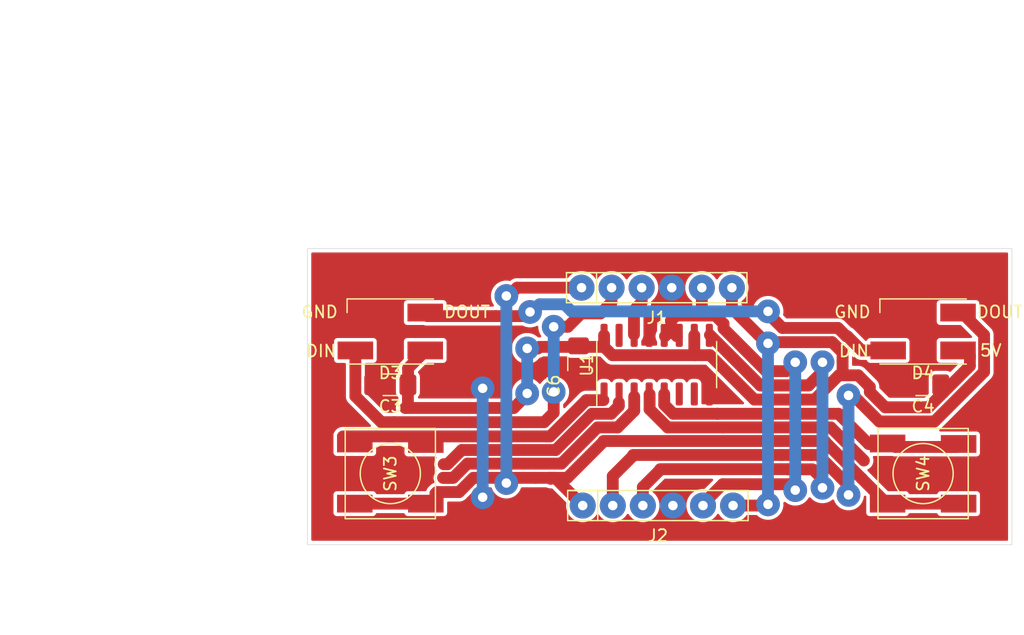
<source format=kicad_pcb>
(kicad_pcb (version 20171130) (host pcbnew "(5.1.6)-1")

  (general
    (thickness 1.6)
    (drawings 41)
    (tracks 215)
    (zones 0)
    (modules 10)
    (nets 18)
  )

  (page A4)
  (layers
    (0 F.Cu signal)
    (31 B.Cu signal)
    (32 B.Adhes user hide)
    (33 F.Adhes user hide)
    (34 B.Paste user hide)
    (35 F.Paste user)
    (36 B.SilkS user hide)
    (37 F.SilkS user hide)
    (38 B.Mask user hide)
    (39 F.Mask user)
    (40 Dwgs.User user)
    (41 Cmts.User user hide)
    (42 Eco1.User user hide)
    (43 Eco2.User user hide)
    (44 Edge.Cuts user)
    (45 Margin user hide)
    (46 B.CrtYd user hide)
    (47 F.CrtYd user hide)
    (48 B.Fab user hide)
    (49 F.Fab user hide)
  )

  (setup
    (last_trace_width 0.25)
    (user_trace_width 0.25)
    (user_trace_width 0.4)
    (user_trace_width 0.5)
    (user_trace_width 0.8)
    (user_trace_width 1)
    (user_trace_width 1.5)
    (user_trace_width 2)
    (trace_clearance 0.2)
    (zone_clearance 0.3)
    (zone_45_only no)
    (trace_min 0.2)
    (via_size 0.8)
    (via_drill 0.4)
    (via_min_size 0.4)
    (via_min_drill 0.3)
    (user_via 0.6 0.3)
    (user_via 0.8 0.4)
    (user_via 1 0.5)
    (user_via 2 0.8)
    (uvia_size 0.3)
    (uvia_drill 0.1)
    (uvias_allowed no)
    (uvia_min_size 0.2)
    (uvia_min_drill 0.1)
    (edge_width 0.05)
    (segment_width 0.2)
    (pcb_text_width 0.3)
    (pcb_text_size 1.5 1.5)
    (mod_edge_width 0.12)
    (mod_text_size 1 1)
    (mod_text_width 0.15)
    (pad_size 3 1.5)
    (pad_drill 0)
    (pad_to_mask_clearance 0.05)
    (aux_axis_origin 143 100)
    (grid_origin 143 100)
    (visible_elements 7FFFFFFF)
    (pcbplotparams
      (layerselection 0x00008_7ffffffe)
      (usegerberextensions false)
      (usegerberattributes true)
      (usegerberadvancedattributes true)
      (creategerberjobfile false)
      (excludeedgelayer true)
      (linewidth 0.100000)
      (plotframeref false)
      (viasonmask true)
      (mode 1)
      (useauxorigin true)
      (hpglpennumber 1)
      (hpglpenspeed 20)
      (hpglpendiameter 15.000000)
      (psnegative false)
      (psa4output false)
      (plotreference true)
      (plotvalue true)
      (plotinvisibletext false)
      (padsonsilk false)
      (subtractmaskfromsilk false)
      (outputformat 3)
      (mirror false)
      (drillshape 0)
      (scaleselection 1)
      (outputdirectory "test_plot/"))
  )

  (net 0 "")
  (net 1 +5V)
  (net 2 GND)
  (net 3 "Net-(D3-Pad2)")
  (net 4 "Net-(SW1-Pad1)")
  (net 5 "Net-(SW2-Pad1)")
  (net 6 "Net-(SW3-Pad1)")
  (net 7 "Net-(SW4-Pad1)")
  (net 8 "Net-(SW5-Pad1)")
  (net 9 "Net-(U1-Pad6)")
  (net 10 "Net-(U1-Pad7)")
  (net 11 "Net-(U1-Pad15)")
  (net 12 LED_DIN)
  (net 13 LED_DOUT)
  (net 14 BTN_DIN)
  (net 15 BTN_CLK)
  (net 16 BTN_SENSE)
  (net 17 BTN_DOUT)

  (net_class Default "This is the default net class."
    (clearance 0.2)
    (trace_width 0.25)
    (via_dia 0.8)
    (via_drill 0.4)
    (uvia_dia 0.3)
    (uvia_drill 0.1)
    (add_net +5V)
    (add_net BTN_CLK)
    (add_net BTN_DIN)
    (add_net BTN_DOUT)
    (add_net BTN_SENSE)
    (add_net GND)
    (add_net LED_DIN)
    (add_net LED_DOUT)
    (add_net "Net-(D3-Pad2)")
    (add_net "Net-(U1-Pad15)")
    (add_net "Net-(U1-Pad6)")
    (add_net "Net-(U1-Pad7)")
  )

  (net_class small ""
    (clearance 0.15)
    (trace_width 0.4)
    (via_dia 0.6)
    (via_drill 0.3)
    (uvia_dia 0.3)
    (uvia_drill 0.1)
    (add_net "Net-(SW1-Pad1)")
    (add_net "Net-(SW2-Pad1)")
    (add_net "Net-(SW3-Pad1)")
    (add_net "Net-(SW4-Pad1)")
    (add_net "Net-(SW5-Pad1)")
  )

  (module Capacitor_SMD:C_1206_3216Metric_Pad1.42x1.75mm_HandSolder (layer F.Cu) (tedit 5B301BBE) (tstamp 660967AD)
    (at 165.9 84.7 270)
    (descr "Capacitor SMD 1206 (3216 Metric), square (rectangular) end terminal, IPC_7351 nominal with elongated pad for handsoldering. (Body size source: http://www.tortai-tech.com/upload/download/2011102023233369053.pdf), generated with kicad-footprint-generator")
    (tags "capacitor handsolder")
    (path /6611B57A)
    (attr smd)
    (fp_text reference C6 (at 1.9125 2.1 90) (layer F.SilkS)
      (effects (font (size 1 1) (thickness 0.15)))
    )
    (fp_text value 10uf (at 0 1.82 90) (layer F.Fab)
      (effects (font (size 1 1) (thickness 0.15)))
    )
    (fp_line (start -1.6 0.8) (end -1.6 -0.8) (layer F.Fab) (width 0.1))
    (fp_line (start -1.6 -0.8) (end 1.6 -0.8) (layer F.Fab) (width 0.1))
    (fp_line (start 1.6 -0.8) (end 1.6 0.8) (layer F.Fab) (width 0.1))
    (fp_line (start 1.6 0.8) (end -1.6 0.8) (layer F.Fab) (width 0.1))
    (fp_line (start -0.602064 -0.91) (end 0.602064 -0.91) (layer F.SilkS) (width 0.12))
    (fp_line (start -0.602064 0.91) (end 0.602064 0.91) (layer F.SilkS) (width 0.12))
    (fp_line (start -2.45 1.12) (end -2.45 -1.12) (layer F.CrtYd) (width 0.05))
    (fp_line (start -2.45 -1.12) (end 2.45 -1.12) (layer F.CrtYd) (width 0.05))
    (fp_line (start 2.45 -1.12) (end 2.45 1.12) (layer F.CrtYd) (width 0.05))
    (fp_line (start 2.45 1.12) (end -2.45 1.12) (layer F.CrtYd) (width 0.05))
    (fp_text user %R (at -0.0875 0 180) (layer F.Fab)
      (effects (font (size 0.8 0.8) (thickness 0.12)))
    )
    (pad 2 smd roundrect (at 1.4875 0 270) (size 1.425 1.75) (layers F.Cu F.Paste F.Mask) (roundrect_rratio 0.175439)
      (net 2 GND))
    (pad 1 smd roundrect (at -1.4875 0 270) (size 1.425 1.75) (layers F.Cu F.Paste F.Mask) (roundrect_rratio 0.175439)
      (net 1 +5V))
    (model ${KISYS3DMOD}/Capacitor_SMD.3dshapes/C_1206_3216Metric.wrl
      (at (xyz 0 0 0))
      (scale (xyz 1 1 1))
      (rotate (xyz 0 0 0))
    )
  )

  (module 0_my_footprints:myWS2812 (layer F.Cu) (tedit 67960A6B) (tstamp 66074CA7)
    (at 150 82 180)
    (descr https://cdn-shop.adafruit.com/datasheets/WS2812B.pdf)
    (tags "LED RGB NeoPixel")
    (path /660FDBA6)
    (attr smd)
    (fp_text reference D3 (at 0 -3.5) (layer F.SilkS)
      (effects (font (size 1 1) (thickness 0.15)))
    )
    (fp_text value WS2812B (at 0 4) (layer F.Fab)
      (effects (font (size 1 1) (thickness 0.15)))
    )
    (fp_line (start 3.45 -2.75) (end -3.45 -2.75) (layer F.CrtYd) (width 0.05))
    (fp_line (start 3.45 2.75) (end 3.45 -2.75) (layer F.CrtYd) (width 0.05))
    (fp_line (start -3.45 2.75) (end 3.45 2.75) (layer F.CrtYd) (width 0.05))
    (fp_line (start -3.45 -2.75) (end -3.45 2.75) (layer F.CrtYd) (width 0.05))
    (fp_line (start 2.5 1.5) (end 1.5 2.5) (layer F.Fab) (width 0.1))
    (fp_line (start -2.5 -2.5) (end -2.5 2.5) (layer F.Fab) (width 0.1))
    (fp_line (start -2.5 2.5) (end 2.5 2.5) (layer F.Fab) (width 0.1))
    (fp_line (start 2.5 2.5) (end 2.5 -2.5) (layer F.Fab) (width 0.1))
    (fp_line (start 2.5 -2.5) (end -2.5 -2.5) (layer F.Fab) (width 0.1))
    (fp_line (start -3.65 -2.75) (end 3.65 -2.75) (layer F.SilkS) (width 0.12))
    (fp_line (start -3.65 2.75) (end 3.65 2.75) (layer F.SilkS) (width 0.12))
    (fp_line (start 3.65 2.75) (end 3.65 1.6) (layer F.SilkS) (width 0.12))
    (fp_circle (center 0 0) (end 0 -2) (layer F.Fab) (width 0.1))
    (fp_text user %R (at 0 0) (layer F.Fab)
      (effects (font (size 0.8 0.8) (thickness 0.15)))
    )
    (fp_text user GND (at 5.969 1.651) (layer F.SilkS)
      (effects (font (size 1 1) (thickness 0.15)))
    )
    (fp_text user DIN (at 5.842 -1.651) (layer F.SilkS)
      (effects (font (size 1 1) (thickness 0.15)))
    )
    (fp_text user DOUT (at -6.477 1.651) (layer F.SilkS)
      (effects (font (size 1 1) (thickness 0.15)))
    )
    (pad 3 smd rect (at 2.95 1.6 180) (size 3 1.5) (layers F.Cu F.Paste F.Mask)
      (net 2 GND))
    (pad 4 smd rect (at 2.95 -1.6 180) (size 3 1.5) (layers F.Cu F.Paste F.Mask)
      (net 12 LED_DIN))
    (pad 2 smd rect (at -2.95 1.6 180) (size 3 1.5) (layers F.Cu F.Paste F.Mask)
      (net 3 "Net-(D3-Pad2)"))
    (pad 1 smd rect (at -2.95 -1.6 180) (size 3 1.5) (layers F.Cu F.Paste F.Mask)
      (net 1 +5V))
    (model ${KISYS3DMOD}/LED_SMD.3dshapes/LED_WS2812B_PLCC4_5.0x5.0mm_P3.2mm.wrl
      (at (xyz 0 0 0))
      (scale (xyz 1 1 1))
      (rotate (xyz 0 0 0))
    )
  )

  (module 0_my_footprints:myWS2812 (layer F.Cu) (tedit 67960AAE) (tstamp 66074CC1)
    (at 195 82 180)
    (descr https://cdn-shop.adafruit.com/datasheets/WS2812B.pdf)
    (tags "LED RGB NeoPixel")
    (path /660FE5F8)
    (attr smd)
    (fp_text reference D4 (at 0 -3.5) (layer F.SilkS)
      (effects (font (size 1 1) (thickness 0.15)))
    )
    (fp_text value WS2812B (at 0 4) (layer F.Fab)
      (effects (font (size 1 1) (thickness 0.15)))
    )
    (fp_circle (center 0 0) (end 0 -2) (layer F.Fab) (width 0.1))
    (fp_line (start 3.65 2.75) (end 3.65 1.6) (layer F.SilkS) (width 0.12))
    (fp_line (start -3.65 2.75) (end 3.65 2.75) (layer F.SilkS) (width 0.12))
    (fp_line (start -3.65 -2.75) (end 3.65 -2.75) (layer F.SilkS) (width 0.12))
    (fp_line (start 2.5 -2.5) (end -2.5 -2.5) (layer F.Fab) (width 0.1))
    (fp_line (start 2.5 2.5) (end 2.5 -2.5) (layer F.Fab) (width 0.1))
    (fp_line (start -2.5 2.5) (end 2.5 2.5) (layer F.Fab) (width 0.1))
    (fp_line (start -2.5 -2.5) (end -2.5 2.5) (layer F.Fab) (width 0.1))
    (fp_line (start 2.5 1.5) (end 1.5 2.5) (layer F.Fab) (width 0.1))
    (fp_line (start -3.45 -2.75) (end -3.45 2.75) (layer F.CrtYd) (width 0.05))
    (fp_line (start -3.45 2.75) (end 3.45 2.75) (layer F.CrtYd) (width 0.05))
    (fp_line (start 3.45 2.75) (end 3.45 -2.75) (layer F.CrtYd) (width 0.05))
    (fp_line (start 3.45 -2.75) (end -3.45 -2.75) (layer F.CrtYd) (width 0.05))
    (fp_text user DOUT (at -6.477 1.651) (layer F.SilkS)
      (effects (font (size 1 1) (thickness 0.15)))
    )
    (fp_text user DIN (at 5.842 -1.651) (layer F.SilkS)
      (effects (font (size 1 1) (thickness 0.15)))
    )
    (fp_text user GND (at 5.969 1.651) (layer F.SilkS)
      (effects (font (size 1 1) (thickness 0.15)))
    )
    (fp_text user %R (at 0 0) (layer F.Fab)
      (effects (font (size 0.8 0.8) (thickness 0.15)))
    )
    (fp_text user 5V (at -5.715 -1.6) (layer F.SilkS)
      (effects (font (size 1 1) (thickness 0.15)))
    )
    (pad 1 smd rect (at -2.95 -1.6 180) (size 3 1.5) (layers F.Cu F.Paste F.Mask)
      (net 1 +5V))
    (pad 2 smd rect (at -2.95 1.6 180) (size 3 1.5) (layers F.Cu F.Paste F.Mask)
      (net 13 LED_DOUT))
    (pad 4 smd rect (at 2.95 -1.6 180) (size 3 1.5) (layers F.Cu F.Paste F.Mask)
      (net 3 "Net-(D3-Pad2)"))
    (pad 3 smd rect (at 2.95 1.6 180) (size 3 1.5) (layers F.Cu F.Paste F.Mask)
      (net 2 GND))
    (model ${KISYS3DMOD}/LED_SMD.3dshapes/LED_WS2812B_PLCC4_5.0x5.0mm_P3.2mm.wrl
      (at (xyz 0 0 0))
      (scale (xyz 1 1 1))
      (rotate (xyz 0 0 0))
    )
  )

  (module 0_my_footprints:my6Pin-08mm (layer F.Cu) (tedit 66070774) (tstamp 66074CEB)
    (at 172.5 78.3)
    (path /6607CA55)
    (fp_text reference J1 (at 0 2.54) (layer F.SilkS)
      (effects (font (size 1 1) (thickness 0.15)))
    )
    (fp_text value Conn_01x06 (at 0 -2.54) (layer F.Fab)
      (effects (font (size 1 1) (thickness 0.15)))
    )
    (fp_line (start -5.08 -1.27) (end -5.08 1.27) (layer F.SilkS) (width 0.12))
    (fp_line (start -7.62 -1.27) (end -5.08 -1.27) (layer F.SilkS) (width 0.12))
    (fp_line (start 7.62 -1.27) (end -7.62 -1.27) (layer F.SilkS) (width 0.12))
    (fp_line (start 7.62 1.27) (end 7.62 -1.27) (layer F.SilkS) (width 0.12))
    (fp_line (start -7.62 1.27) (end 7.62 1.27) (layer F.SilkS) (width 0.12))
    (fp_line (start -7.62 -1.27) (end -7.62 1.27) (layer F.SilkS) (width 0.12))
    (pad 1 thru_hole circle (at -6.35 0) (size 2.2 2.2) (drill 0.8) (layers *.Cu *.Mask)
      (net 16 BTN_SENSE))
    (pad 2 thru_hole circle (at -3.81 0) (size 2.2 2.2) (drill 0.8) (layers *.Cu *.Mask)
      (net 12 LED_DIN))
    (pad 3 thru_hole circle (at -1.27 0) (size 2.2 2.2) (drill 0.8) (layers *.Cu *.Mask)
      (net 14 BTN_DIN))
    (pad 4 thru_hole circle (at 1.27 0) (size 2.2 2.2) (drill 0.8) (layers *.Cu *.Mask)
      (net 2 GND))
    (pad 5 thru_hole circle (at 3.81 0) (size 2.2 2.2) (drill 0.8) (layers *.Cu *.Mask)
      (net 15 BTN_CLK))
    (pad 6 thru_hole circle (at 6.35 0) (size 2.2 2.2) (drill 0.8) (layers *.Cu *.Mask)
      (net 1 +5V))
  )

  (module 0_my_footprints:my6Pin-08mm (layer F.Cu) (tedit 66070774) (tstamp 66074CFB)
    (at 172.6 96.7)
    (path /6608525E)
    (fp_text reference J2 (at 0 2.54) (layer F.SilkS)
      (effects (font (size 1 1) (thickness 0.15)))
    )
    (fp_text value Conn_01x06 (at 0 -2.54) (layer F.Fab)
      (effects (font (size 1 1) (thickness 0.15)))
    )
    (fp_line (start -7.62 -1.27) (end -7.62 1.27) (layer F.SilkS) (width 0.12))
    (fp_line (start -7.62 1.27) (end 7.62 1.27) (layer F.SilkS) (width 0.12))
    (fp_line (start 7.62 1.27) (end 7.62 -1.27) (layer F.SilkS) (width 0.12))
    (fp_line (start 7.62 -1.27) (end -7.62 -1.27) (layer F.SilkS) (width 0.12))
    (fp_line (start -7.62 -1.27) (end -5.08 -1.27) (layer F.SilkS) (width 0.12))
    (fp_line (start -5.08 -1.27) (end -5.08 1.27) (layer F.SilkS) (width 0.12))
    (pad 6 thru_hole circle (at 6.35 0) (size 2.2 2.2) (drill 0.8) (layers *.Cu *.Mask)
      (net 1 +5V))
    (pad 5 thru_hole circle (at 3.81 0) (size 2.2 2.2) (drill 0.8) (layers *.Cu *.Mask)
      (net 15 BTN_CLK))
    (pad 4 thru_hole circle (at 1.27 0) (size 2.2 2.2) (drill 0.8) (layers *.Cu *.Mask)
      (net 2 GND))
    (pad 3 thru_hole circle (at -1.27 0) (size 2.2 2.2) (drill 0.8) (layers *.Cu *.Mask)
      (net 17 BTN_DOUT))
    (pad 2 thru_hole circle (at -3.81 0) (size 2.2 2.2) (drill 0.8) (layers *.Cu *.Mask)
      (net 13 LED_DOUT))
    (pad 1 thru_hole circle (at -6.35 0) (size 2.2 2.2) (drill 0.8) (layers *.Cu *.Mask)
      (net 16 BTN_SENSE))
  )

  (module Capacitor_SMD:C_1206_3216Metric_Pad1.42x1.75mm_HandSolder (layer F.Cu) (tedit 5B301BBE) (tstamp 6609677A)
    (at 150 86.5 180)
    (descr "Capacitor SMD 1206 (3216 Metric), square (rectangular) end terminal, IPC_7351 nominal with elongated pad for handsoldering. (Body size source: http://www.tortai-tech.com/upload/download/2011102023233369053.pdf), generated with kicad-footprint-generator")
    (tags "capacitor handsolder")
    (path /66125891)
    (attr smd)
    (fp_text reference C3 (at 0 -1.82) (layer F.SilkS)
      (effects (font (size 1 1) (thickness 0.15)))
    )
    (fp_text value 100nf (at 0 1.82) (layer F.Fab)
      (effects (font (size 1 1) (thickness 0.15)))
    )
    (fp_line (start -1.6 0.8) (end -1.6 -0.8) (layer F.Fab) (width 0.1))
    (fp_line (start -1.6 -0.8) (end 1.6 -0.8) (layer F.Fab) (width 0.1))
    (fp_line (start 1.6 -0.8) (end 1.6 0.8) (layer F.Fab) (width 0.1))
    (fp_line (start 1.6 0.8) (end -1.6 0.8) (layer F.Fab) (width 0.1))
    (fp_line (start -0.602064 -0.91) (end 0.602064 -0.91) (layer F.SilkS) (width 0.12))
    (fp_line (start -0.602064 0.91) (end 0.602064 0.91) (layer F.SilkS) (width 0.12))
    (fp_line (start -2.45 1.12) (end -2.45 -1.12) (layer F.CrtYd) (width 0.05))
    (fp_line (start -2.45 -1.12) (end 2.45 -1.12) (layer F.CrtYd) (width 0.05))
    (fp_line (start 2.45 -1.12) (end 2.45 1.12) (layer F.CrtYd) (width 0.05))
    (fp_line (start 2.45 1.12) (end -2.45 1.12) (layer F.CrtYd) (width 0.05))
    (fp_text user %R (at 0 0) (layer F.Fab)
      (effects (font (size 0.8 0.8) (thickness 0.12)))
    )
    (pad 2 smd roundrect (at 1.4875 0 180) (size 1.425 1.75) (layers F.Cu F.Paste F.Mask) (roundrect_rratio 0.175439)
      (net 2 GND))
    (pad 1 smd roundrect (at -1.4875 0 180) (size 1.425 1.75) (layers F.Cu F.Paste F.Mask) (roundrect_rratio 0.175439)
      (net 1 +5V))
    (model ${KISYS3DMOD}/Capacitor_SMD.3dshapes/C_1206_3216Metric.wrl
      (at (xyz 0 0 0))
      (scale (xyz 1 1 1))
      (rotate (xyz 0 0 0))
    )
  )

  (module Capacitor_SMD:C_1206_3216Metric_Pad1.42x1.75mm_HandSolder (layer F.Cu) (tedit 5B301BBE) (tstamp 6609678B)
    (at 195 86.5 180)
    (descr "Capacitor SMD 1206 (3216 Metric), square (rectangular) end terminal, IPC_7351 nominal with elongated pad for handsoldering. (Body size source: http://www.tortai-tech.com/upload/download/2011102023233369053.pdf), generated with kicad-footprint-generator")
    (tags "capacitor handsolder")
    (path /66125E35)
    (attr smd)
    (fp_text reference C4 (at 0 -1.82) (layer F.SilkS)
      (effects (font (size 1 1) (thickness 0.15)))
    )
    (fp_text value 100nf (at 0 1.82) (layer F.Fab)
      (effects (font (size 1 1) (thickness 0.15)))
    )
    (fp_line (start -1.6 0.8) (end -1.6 -0.8) (layer F.Fab) (width 0.1))
    (fp_line (start -1.6 -0.8) (end 1.6 -0.8) (layer F.Fab) (width 0.1))
    (fp_line (start 1.6 -0.8) (end 1.6 0.8) (layer F.Fab) (width 0.1))
    (fp_line (start 1.6 0.8) (end -1.6 0.8) (layer F.Fab) (width 0.1))
    (fp_line (start -0.602064 -0.91) (end 0.602064 -0.91) (layer F.SilkS) (width 0.12))
    (fp_line (start -0.602064 0.91) (end 0.602064 0.91) (layer F.SilkS) (width 0.12))
    (fp_line (start -2.45 1.12) (end -2.45 -1.12) (layer F.CrtYd) (width 0.05))
    (fp_line (start -2.45 -1.12) (end 2.45 -1.12) (layer F.CrtYd) (width 0.05))
    (fp_line (start 2.45 -1.12) (end 2.45 1.12) (layer F.CrtYd) (width 0.05))
    (fp_line (start 2.45 1.12) (end -2.45 1.12) (layer F.CrtYd) (width 0.05))
    (fp_text user %R (at 0 0) (layer F.Fab)
      (effects (font (size 0.8 0.8) (thickness 0.12)))
    )
    (pad 2 smd roundrect (at 1.4875 0 180) (size 1.425 1.75) (layers F.Cu F.Paste F.Mask) (roundrect_rratio 0.175439)
      (net 2 GND))
    (pad 1 smd roundrect (at -1.4875 0 180) (size 1.425 1.75) (layers F.Cu F.Paste F.Mask) (roundrect_rratio 0.175439)
      (net 1 +5V))
    (model ${KISYS3DMOD}/Capacitor_SMD.3dshapes/C_1206_3216Metric.wrl
      (at (xyz 0 0 0))
      (scale (xyz 1 1 1))
      (rotate (xyz 0 0 0))
    )
  )

  (module Package_SO:SOIC-16_3.9x9.9mm_P1.27mm (layer F.Cu) (tedit 5D9F72B1) (tstamp 679503F9)
    (at 172.5 84.8 90)
    (descr "SOIC, 16 Pin (JEDEC MS-012AC, https://www.analog.com/media/en/package-pcb-resources/package/pkg_pdf/soic_narrow-r/r_16.pdf), generated with kicad-footprint-generator ipc_gullwing_generator.py")
    (tags "SOIC SO")
    (path /6606EAF8)
    (attr smd)
    (fp_text reference U1 (at 0 -5.9 90) (layer F.SilkS)
      (effects (font (size 1 1) (thickness 0.15)))
    )
    (fp_text value 74HC595 (at 0 5.9 90) (layer F.Fab)
      (effects (font (size 1 1) (thickness 0.15)))
    )
    (fp_line (start 3.7 -5.2) (end -3.7 -5.2) (layer F.CrtYd) (width 0.05))
    (fp_line (start 3.7 5.2) (end 3.7 -5.2) (layer F.CrtYd) (width 0.05))
    (fp_line (start -3.7 5.2) (end 3.7 5.2) (layer F.CrtYd) (width 0.05))
    (fp_line (start -3.7 -5.2) (end -3.7 5.2) (layer F.CrtYd) (width 0.05))
    (fp_line (start -1.95 -3.975) (end -0.975 -4.95) (layer F.Fab) (width 0.1))
    (fp_line (start -1.95 4.95) (end -1.95 -3.975) (layer F.Fab) (width 0.1))
    (fp_line (start 1.95 4.95) (end -1.95 4.95) (layer F.Fab) (width 0.1))
    (fp_line (start 1.95 -4.95) (end 1.95 4.95) (layer F.Fab) (width 0.1))
    (fp_line (start -0.975 -4.95) (end 1.95 -4.95) (layer F.Fab) (width 0.1))
    (fp_line (start 0 -5.06) (end -3.45 -5.06) (layer F.SilkS) (width 0.12))
    (fp_line (start 0 -5.06) (end 1.95 -5.06) (layer F.SilkS) (width 0.12))
    (fp_line (start 0 5.06) (end -1.95 5.06) (layer F.SilkS) (width 0.12))
    (fp_line (start 0 5.06) (end 1.95 5.06) (layer F.SilkS) (width 0.12))
    (fp_text user %R (at 0 0 90) (layer F.Fab)
      (effects (font (size 0.98 0.98) (thickness 0.15)))
    )
    (pad 1 smd roundrect (at -2.475 -4.445 90) (size 1.95 0.6) (layers F.Cu F.Paste F.Mask) (roundrect_rratio 0.25)
      (net 6 "Net-(SW3-Pad1)"))
    (pad 2 smd roundrect (at -2.475 -3.175 90) (size 1.95 0.6) (layers F.Cu F.Paste F.Mask) (roundrect_rratio 0.25)
      (net 5 "Net-(SW2-Pad1)"))
    (pad 3 smd roundrect (at -2.475 -1.905 90) (size 1.95 0.6) (layers F.Cu F.Paste F.Mask) (roundrect_rratio 0.25)
      (net 4 "Net-(SW1-Pad1)"))
    (pad 4 smd roundrect (at -2.475 -0.635 90) (size 1.95 0.6) (layers F.Cu F.Paste F.Mask) (roundrect_rratio 0.25)
      (net 8 "Net-(SW5-Pad1)"))
    (pad 5 smd roundrect (at -2.475 0.635 90) (size 1.95 0.6) (layers F.Cu F.Paste F.Mask) (roundrect_rratio 0.25)
      (net 7 "Net-(SW4-Pad1)"))
    (pad 6 smd roundrect (at -2.475 1.905 90) (size 1.95 0.6) (layers F.Cu F.Paste F.Mask) (roundrect_rratio 0.25)
      (net 9 "Net-(U1-Pad6)"))
    (pad 7 smd roundrect (at -2.475 3.175 90) (size 1.95 0.6) (layers F.Cu F.Paste F.Mask) (roundrect_rratio 0.25)
      (net 10 "Net-(U1-Pad7)"))
    (pad 8 smd roundrect (at -2.475 4.445 90) (size 1.95 0.6) (layers F.Cu F.Paste F.Mask) (roundrect_rratio 0.25)
      (net 2 GND))
    (pad 9 smd roundrect (at 2.475 4.445 90) (size 1.95 0.6) (layers F.Cu F.Paste F.Mask) (roundrect_rratio 0.25)
      (net 17 BTN_DOUT))
    (pad 10 smd roundrect (at 2.475 3.175 90) (size 1.95 0.6) (layers F.Cu F.Paste F.Mask) (roundrect_rratio 0.25)
      (net 1 +5V))
    (pad 11 smd roundrect (at 2.475 1.905 90) (size 1.95 0.6) (layers F.Cu F.Paste F.Mask) (roundrect_rratio 0.25)
      (net 15 BTN_CLK))
    (pad 12 smd roundrect (at 2.475 0.635 90) (size 1.95 0.6) (layers F.Cu F.Paste F.Mask) (roundrect_rratio 0.25)
      (net 15 BTN_CLK))
    (pad 13 smd roundrect (at 2.475 -0.635 90) (size 1.95 0.6) (layers F.Cu F.Paste F.Mask) (roundrect_rratio 0.25)
      (net 2 GND))
    (pad 14 smd roundrect (at 2.475 -1.905 90) (size 1.95 0.6) (layers F.Cu F.Paste F.Mask) (roundrect_rratio 0.25)
      (net 14 BTN_DIN))
    (pad 15 smd roundrect (at 2.475 -3.175 90) (size 1.95 0.6) (layers F.Cu F.Paste F.Mask) (roundrect_rratio 0.25)
      (net 11 "Net-(U1-Pad15)"))
    (pad 16 smd roundrect (at 2.475 -4.445 90) (size 1.95 0.6) (layers F.Cu F.Paste F.Mask) (roundrect_rratio 0.25)
      (net 1 +5V))
    (model ${KISYS3DMOD}/Package_SO.3dshapes/SOIC-16_3.9x9.9mm_P1.27mm.wrl
      (at (xyz 0 0 0))
      (scale (xyz 1 1 1))
      (rotate (xyz 0 0 0))
    )
  )

  (module 0_my_footprints2:switchSoftSMT (layer F.Cu) (tedit 6795F73D) (tstamp 6795F955)
    (at 150 94 270)
    (path /66092C2E)
    (fp_text reference SW3 (at 0 0 90) (layer F.SilkS)
      (effects (font (size 1 1) (thickness 0.15)))
    )
    (fp_text value SW1 (at 0 -6.35 90) (layer F.Fab)
      (effects (font (size 1 1) (thickness 0.15)))
    )
    (fp_circle (center 0 0) (end 0 -2.54) (layer F.SilkS) (width 0.12))
    (fp_line (start 3.81 -3.81) (end -3.81 -3.81) (layer F.SilkS) (width 0.12))
    (fp_line (start 3.81 3.81) (end 3.81 -3.81) (layer F.SilkS) (width 0.12))
    (fp_line (start -3.81 3.81) (end 3.81 3.81) (layer F.SilkS) (width 0.12))
    (fp_line (start -3.81 -3.81) (end -3.81 3.81) (layer F.SilkS) (width 0.12))
    (pad 2 smd rect (at 2.54 3 90) (size 1.5 3) (layers F.Cu F.Paste F.Mask)
      (net 16 BTN_SENSE))
    (pad 1 smd rect (at -2.54 3 90) (size 1.5 3) (layers F.Cu F.Paste F.Mask)
      (net 6 "Net-(SW3-Pad1)"))
    (pad 2 smd rect (at 2.54 -3 270) (size 1.5 3) (layers F.Cu F.Paste F.Mask)
      (net 16 BTN_SENSE))
    (pad 1 smd rect (at -2.5 -3 270) (size 1.5 3) (layers F.Cu F.Paste F.Mask)
      (net 6 "Net-(SW3-Pad1)"))
    (model C:/src/kiCad/libraries/my_3d_files/switch_soft_smt.step
      (at (xyz 0 0 0))
      (scale (xyz 1 1 1))
      (rotate (xyz 0 0 0))
    )
  )

  (module 0_my_footprints2:switchSoftSMT (layer F.Cu) (tedit 6795F73D) (tstamp 6795F961)
    (at 195 94 270)
    (path /66092F3E)
    (fp_text reference SW4 (at 0 0 90) (layer F.SilkS)
      (effects (font (size 1 1) (thickness 0.15)))
    )
    (fp_text value SW1 (at 0 -6.35 90) (layer F.Fab)
      (effects (font (size 1 1) (thickness 0.15)))
    )
    (fp_line (start -3.81 -3.81) (end -3.81 3.81) (layer F.SilkS) (width 0.12))
    (fp_line (start -3.81 3.81) (end 3.81 3.81) (layer F.SilkS) (width 0.12))
    (fp_line (start 3.81 3.81) (end 3.81 -3.81) (layer F.SilkS) (width 0.12))
    (fp_line (start 3.81 -3.81) (end -3.81 -3.81) (layer F.SilkS) (width 0.12))
    (fp_circle (center 0 0) (end 0 -2.54) (layer F.SilkS) (width 0.12))
    (pad 1 smd rect (at -2.5 -3 270) (size 1.5 3) (layers F.Cu F.Paste F.Mask)
      (net 7 "Net-(SW4-Pad1)"))
    (pad 2 smd rect (at 2.54 -3 270) (size 1.5 3) (layers F.Cu F.Paste F.Mask)
      (net 16 BTN_SENSE))
    (pad 1 smd rect (at -2.54 3 90) (size 1.5 3) (layers F.Cu F.Paste F.Mask)
      (net 7 "Net-(SW4-Pad1)"))
    (pad 2 smd rect (at 2.54 3 90) (size 1.5 3) (layers F.Cu F.Paste F.Mask)
      (net 16 BTN_SENSE))
    (model C:/src/kiCad/libraries/my_3d_files/switch_soft_smt.step
      (at (xyz 0 0 0))
      (scale (xyz 1 1 1))
      (rotate (xyz 0 0 0))
    )
  )

  (dimension 59.5 (width 0.15) (layer Dwgs.User)
    (gr_text "59.500 mm" (at 172.75 108.3) (layer Dwgs.User)
      (effects (font (size 1 1) (thickness 0.15)))
    )
    (feature1 (pts (xy 202.5 100) (xy 202.5 107.586421)))
    (feature2 (pts (xy 143 100) (xy 143 107.586421)))
    (crossbar (pts (xy 143 107) (xy 202.5 107)))
    (arrow1a (pts (xy 202.5 107) (xy 201.373496 107.586421)))
    (arrow1b (pts (xy 202.5 107) (xy 201.373496 106.413579)))
    (arrow2a (pts (xy 143 107) (xy 144.126504 107.586421)))
    (arrow2b (pts (xy 143 107) (xy 144.126504 106.413579)))
  )
  (gr_line (start 202.5 75) (end 143 75) (layer Edge.Cuts) (width 0.05) (tstamp 67960C09))
  (gr_line (start 143 100) (end 202.5 100) (layer Edge.Cuts) (width 0.05) (tstamp 67960C08))
  (gr_line (start 143 100) (end 143 75) (layer Edge.Cuts) (width 0.05))
  (gr_line (start 202.5 100) (end 202.5 75) (layer Edge.Cuts) (width 0.05))
  (gr_line (start 172.5 74.4) (end 172.5 99.4) (layer Dwgs.User) (width 0.15))
  (dimension 22.5 (width 0.15) (layer Dwgs.User)
    (gr_text "22.500 mm" (at 161.25 54.7) (layer Dwgs.User)
      (effects (font (size 1 1) (thickness 0.15)))
    )
    (feature1 (pts (xy 172.5 75) (xy 172.5 55.413579)))
    (feature2 (pts (xy 150 75) (xy 150 55.413579)))
    (crossbar (pts (xy 150 56) (xy 172.5 56)))
    (arrow1a (pts (xy 172.5 56) (xy 171.373496 56.586421)))
    (arrow1b (pts (xy 172.5 56) (xy 171.373496 55.413579)))
    (arrow2a (pts (xy 150 56) (xy 151.126504 56.586421)))
    (arrow2b (pts (xy 150 56) (xy 151.126504 55.413579)))
  )
  (gr_line (start 155 0) (end 155 -25) (layer Eco2.User) (width 0.15) (tstamp 677CDA63))
  (dimension 20 (width 0.15) (layer Eco2.User)
    (gr_text "20.000 mm" (at 100 6.8) (layer Eco2.User)
      (effects (font (size 1 1) (thickness 0.15)))
    )
    (feature1 (pts (xy 110 0) (xy 110 6.086421)))
    (feature2 (pts (xy 90 0) (xy 90 6.086421)))
    (crossbar (pts (xy 90 5.5) (xy 110 5.5)))
    (arrow1a (pts (xy 110 5.5) (xy 108.873496 6.086421)))
    (arrow1b (pts (xy 110 5.5) (xy 108.873496 4.913579)))
    (arrow2a (pts (xy 90 5.5) (xy 91.126504 6.086421)))
    (arrow2b (pts (xy 90 5.5) (xy 91.126504 4.913579)))
  )
  (dimension 12.5 (width 0.15) (layer Eco2.User)
    (gr_text "12.500 mm" (at 38.75 6.8) (layer Eco2.User)
      (effects (font (size 1 1) (thickness 0.15)))
    )
    (feature1 (pts (xy 45 0) (xy 45 6.086421)))
    (feature2 (pts (xy 32.5 0) (xy 32.5 6.086421)))
    (crossbar (pts (xy 32.5 5.5) (xy 45 5.5)))
    (arrow1a (pts (xy 45 5.5) (xy 43.873496 6.086421)))
    (arrow1b (pts (xy 45 5.5) (xy 43.873496 4.913579)))
    (arrow2a (pts (xy 32.5 5.5) (xy 33.626504 6.086421)))
    (arrow2b (pts (xy 32.5 5.5) (xy 33.626504 4.913579)))
  )
  (dimension 45 (width 0.15) (layer Eco2.User)
    (gr_text "45.000 mm" (at 67.5 6.8) (layer Eco2.User)
      (effects (font (size 1 1) (thickness 0.15)))
    )
    (feature1 (pts (xy 90 0) (xy 90 6.086421)))
    (feature2 (pts (xy 45 0) (xy 45 6.086421)))
    (crossbar (pts (xy 45 5.5) (xy 90 5.5)))
    (arrow1a (pts (xy 90 5.5) (xy 88.873496 6.086421)))
    (arrow1b (pts (xy 90 5.5) (xy 88.873496 4.913579)))
    (arrow2a (pts (xy 45 5.5) (xy 46.126504 6.086421)))
    (arrow2b (pts (xy 45 5.5) (xy 46.126504 4.913579)))
  )
  (dimension 25 (width 0.15) (layer Dwgs.User)
    (gr_text "25.000 mm" (at 120.7 87.5 270) (layer Dwgs.User)
      (effects (font (size 1 1) (thickness 0.15)))
    )
    (feature1 (pts (xy 143 100) (xy 121.413579 100)))
    (feature2 (pts (xy 143 75) (xy 121.413579 75)))
    (crossbar (pts (xy 122 75) (xy 122 100)))
    (arrow1a (pts (xy 122 100) (xy 121.413579 98.873496)))
    (arrow1b (pts (xy 122 100) (xy 122.586421 98.873496)))
    (arrow2a (pts (xy 122 75) (xy 121.413579 76.126504)))
    (arrow2b (pts (xy 122 75) (xy 122.586421 76.126504)))
  )
  (dimension 32.5 (width 0.15) (layer Eco2.User)
    (gr_text "32.500 mm" (at 16.25 6.8) (layer Eco2.User)
      (effects (font (size 1 1) (thickness 0.15)))
    )
    (feature1 (pts (xy 32.5 0) (xy 32.5 6.086421)))
    (feature2 (pts (xy 0 0) (xy 0 6.086421)))
    (crossbar (pts (xy 0 5.5) (xy 32.5 5.5)))
    (arrow1a (pts (xy 32.5 5.5) (xy 31.373496 6.086421)))
    (arrow1b (pts (xy 32.5 5.5) (xy 31.373496 4.913579)))
    (arrow2a (pts (xy 0 5.5) (xy 1.126504 6.086421)))
    (arrow2b (pts (xy 0 5.5) (xy 1.126504 4.913579)))
  )
  (dimension 20 (width 0.15) (layer Eco2.User)
    (gr_text "20.000 mm" (at 10 -36.3) (layer Eco2.User)
      (effects (font (size 1 1) (thickness 0.15)))
    )
    (feature1 (pts (xy 20 -25) (xy 20 -35.586421)))
    (feature2 (pts (xy 0 -25) (xy 0 -35.586421)))
    (crossbar (pts (xy 0 -35) (xy 20 -35)))
    (arrow1a (pts (xy 20 -35) (xy 18.873496 -34.413579)))
    (arrow1b (pts (xy 20 -35) (xy 18.873496 -35.586421)))
    (arrow2a (pts (xy 0 -35) (xy 1.126504 -34.413579)))
    (arrow2b (pts (xy 0 -35) (xy 1.126504 -35.586421)))
  )
  (dimension 8.5 (width 0.15) (layer Eco2.User)
    (gr_text "8.500 mm" (at -15.3 -20.75 270) (layer Eco2.User)
      (effects (font (size 1 1) (thickness 0.15)))
    )
    (feature1 (pts (xy 0 -16.5) (xy -14.586421 -16.5)))
    (feature2 (pts (xy 0 -25) (xy -14.586421 -25)))
    (crossbar (pts (xy -14 -25) (xy -14 -16.5)))
    (arrow1a (pts (xy -14 -16.5) (xy -14.586421 -17.626504)))
    (arrow1b (pts (xy -14 -16.5) (xy -13.413579 -17.626504)))
    (arrow2a (pts (xy -14 -25) (xy -14.586421 -23.873496)))
    (arrow2b (pts (xy -14 -25) (xy -13.413579 -23.873496)))
  )
  (dimension 6 (width 0.15) (layer Eco2.User)
    (gr_text "6.000 mm" (at -15.3 -3 90) (layer Eco2.User)
      (effects (font (size 1 1) (thickness 0.15)))
    )
    (feature1 (pts (xy 0.003289 -6) (xy -14.586421 -6)))
    (feature2 (pts (xy 0.003289 0) (xy -14.586421 0)))
    (crossbar (pts (xy -14 0) (xy -14 -6)))
    (arrow1a (pts (xy -14 -6) (xy -13.413579 -4.873496)))
    (arrow1b (pts (xy -14 -6) (xy -14.586421 -4.873496)))
    (arrow2a (pts (xy -14 0) (xy -13.413579 -1.126504)))
    (arrow2b (pts (xy -14 0) (xy -14.586421 -1.126504)))
  )
  (gr_line (start 200 0) (end 180 0) (layer Eco2.User) (width 0.15) (tstamp 66076F89))
  (gr_line (start 200 -25) (end 200 0) (layer Eco2.User) (width 0.15))
  (gr_line (start 180 -25) (end 200 -25) (layer Eco2.User) (width 0.15))
  (gr_line (start 180 0) (end 180 -25) (layer Eco2.User) (width 0.15))
  (gr_line (start 155 -25) (end 135 -25) (layer Eco2.User) (width 0.15) (tstamp 66076F88))
  (gr_line (start 135 0) (end 155 0) (layer Eco2.User) (width 0.15))
  (gr_line (start 135 -25) (end 135 0) (layer Eco2.User) (width 0.15))
  (gr_line (start 110 0) (end 90 0) (layer Eco2.User) (width 0.15) (tstamp 66076F85))
  (gr_line (start 110 -25) (end 110 0) (layer Eco2.User) (width 0.15))
  (gr_line (start 90 -25) (end 110 -25) (layer Eco2.User) (width 0.15))
  (gr_line (start 90 0) (end 90 -25) (layer Eco2.User) (width 0.15))
  (gr_line (start 65 -25) (end 45 -25) (layer Eco2.User) (width 0.15) (tstamp 66076F84))
  (gr_line (start 65 0) (end 65 -25) (layer Eco2.User) (width 0.15))
  (gr_line (start 45 0) (end 65 0) (layer Eco2.User) (width 0.15))
  (gr_line (start 45 -25) (end 45 0) (layer Eco2.User) (width 0.15))
  (gr_line (start 20 -25) (end 0 -25) (layer Eco2.User) (width 0.15) (tstamp 66076F83))
  (gr_line (start 20 0) (end 20 -25) (layer Eco2.User) (width 0.15))
  (gr_line (start 0 0) (end 20 0) (layer Eco2.User) (width 0.15))
  (gr_line (start 0 -25) (end 0 0) (layer Eco2.User) (width 0.15))
  (gr_line (start 200 -12.5) (end 0 -12.5) (layer Eco1.User) (width 0.15))
  (gr_line (start 190 -25) (end 190 0) (layer Eco1.User) (width 0.15))
  (gr_line (start 145 -25) (end 145 0) (layer Eco1.User) (width 0.15))
  (gr_line (start 100 -25) (end 100 0) (layer Eco1.User) (width 0.15))
  (gr_line (start 55 -25) (end 55 0) (layer Eco1.User) (width 0.15))
  (gr_line (start 10 -25) (end 10 0) (layer Eco1.User) (width 0.15))

  (segment (start 151.4875 86.5) (end 151.4875 86.732478) (width 1) (layer F.Cu) (net 1))
  (segment (start 151.4875 86.5) (end 151.6 86.5) (width 1) (layer F.Cu) (net 1))
  (segment (start 195.46251 88.39999) (end 194.60001 88.39999) (width 1) (layer F.Cu) (net 1))
  (segment (start 168.055 83.3) (end 168.75501 84.00001) (width 1) (layer F.Cu) (net 1))
  (via (at 181.9 83) (size 2) (drill 0.8) (layers F.Cu B.Cu) (net 1))
  (segment (start 179.4 96.9) (end 179.4 96.9) (width 1) (layer F.Cu) (net 1) (tstamp 67958E14))
  (via (at 181.9 96.6) (size 2) (drill 0.8) (layers F.Cu B.Cu) (net 1))
  (segment (start 152.95 83.6) (end 153.10294 83.6) (width 1) (layer F.Cu) (net 1))
  (segment (start 153 83.7) (end 152.9 83.7) (width 1) (layer F.Cu) (net 1))
  (segment (start 152.9 83.7) (end 151.5 85.1) (width 1) (layer F.Cu) (net 1))
  (segment (start 151.5 85.1) (end 151.5 86.6) (width 1) (layer F.Cu) (net 1))
  (segment (start 161.26 87.73) (end 161.26 87.03) (width 1) (layer F.Cu) (net 1))
  (via (at 161.56 83.43) (size 2) (drill 0.8) (layers F.Cu B.Cu) (net 1))
  (segment (start 161.26 87.03) (end 161.26 86.93) (width 1) (layer F.Cu) (net 1) (tstamp 679597D6))
  (via (at 161.56 87.23) (size 2) (drill 0.8) (layers F.Cu B.Cu) (net 1))
  (segment (start 161.56 83.23) (end 161.56 87.23) (width 1) (layer B.Cu) (net 1))
  (segment (start 162.6 83.3) (end 168.055 83.3) (width 1) (layer F.Cu) (net 1))
  (segment (start 168.75501 84.00001) (end 175.69999 84.00001) (width 1) (layer F.Cu) (net 1))
  (segment (start 195.46251 88.39999) (end 191.79706 88.39999) (width 1) (layer F.Cu) (net 1))
  (segment (start 191.79706 88.39999) (end 190.500001 87.102931) (width 1) (layer F.Cu) (net 1))
  (segment (start 177.00001 84.00001) (end 180.749979 87.749979) (width 1) (layer F.Cu) (net 1))
  (segment (start 175.69999 84.00001) (end 177.00001 84.00001) (width 1) (layer F.Cu) (net 1))
  (segment (start 180.749979 87.749979) (end 185.834019 87.749979) (width 1) (layer F.Cu) (net 1))
  (segment (start 190.500001 86.683999) (end 189.516001 85.699999) (width 1) (layer F.Cu) (net 1))
  (segment (start 190.500001 87.102931) (end 190.500001 86.683999) (width 1) (layer F.Cu) (net 1))
  (segment (start 189.516001 85.699999) (end 187.883999 85.699999) (width 1) (layer F.Cu) (net 1))
  (segment (start 185.834019 87.749979) (end 187.883999 85.699999) (width 1) (layer F.Cu) (net 1))
  (segment (start 181.8 96.7) (end 181.9 96.6) (width 1) (layer F.Cu) (net 1))
  (segment (start 178.95 96.7) (end 181.8 96.7) (width 1) (layer F.Cu) (net 1))
  (segment (start 160.430011 88.459989) (end 161.76 87.13) (width 1) (layer F.Cu) (net 1))
  (segment (start 151.4875 88.2425) (end 151.270011 88.459989) (width 1) (layer F.Cu) (net 1))
  (segment (start 151.4875 86.5) (end 151.4875 88.2425) (width 1) (layer F.Cu) (net 1))
  (segment (start 151.270011 88.459989) (end 160.430011 88.459989) (width 1) (layer F.Cu) (net 1))
  (segment (start 168.055 82.325) (end 168.055 83.3) (width 1) (layer F.Cu) (net 1))
  (segment (start 175.675 83.97502) (end 175.69999 84.00001) (width 1) (layer F.Cu) (net 1))
  (segment (start 175.675 82.325) (end 175.675 83.97502) (width 1) (layer F.Cu) (net 1))
  (segment (start 178.85 78.3) (end 178.85 78.65) (width 1) (layer F.Cu) (net 1))
  (segment (start 187.316001 82.899999) (end 182.000001 82.899999) (width 1) (layer F.Cu) (net 1))
  (segment (start 182.000001 82.899999) (end 181.9 83) (width 1) (layer F.Cu) (net 1))
  (segment (start 188.200001 83.783999) (end 187.316001 82.899999) (width 1) (layer F.Cu) (net 1))
  (segment (start 188.200001 84.499999) (end 188.200001 83.783999) (width 1) (layer F.Cu) (net 1))
  (segment (start 188.200001 85.383997) (end 188.200001 84.499999) (width 1) (layer F.Cu) (net 1))
  (segment (start 178.85 78.3) (end 178.85 80.05) (width 1) (layer F.Cu) (net 1))
  (segment (start 181.8 83) (end 181.9 83) (width 1) (layer F.Cu) (net 1))
  (segment (start 178.85 80.05) (end 181.8 83) (width 1) (layer F.Cu) (net 1))
  (segment (start 181.9 95.616002) (end 181.9 96.6) (width 1) (layer B.Cu) (net 1))
  (segment (start 181.9 83) (end 181.9 95.616002) (width 1) (layer B.Cu) (net 1))
  (segment (start 198.68125 85.18125) (end 198.949991 84.912509) (width 1) (layer F.Cu) (net 1))
  (segment (start 198.949991 84.912509) (end 198.949991 84) (width 1) (layer F.Cu) (net 1))
  (segment (start 196.4875 86.9875) (end 196.68125 87.18125) (width 1) (layer F.Cu) (net 1))
  (segment (start 196.4875 86.5) (end 196.4875 86.9875) (width 1) (layer F.Cu) (net 1))
  (segment (start 195.46251 88.39999) (end 196.68125 87.18125) (width 1) (layer F.Cu) (net 1))
  (segment (start 196.68125 87.18125) (end 198.68125 85.18125) (width 1) (layer F.Cu) (net 1))
  (segment (start 162.47 83.43) (end 162.6 83.3) (width 1) (layer F.Cu) (net 1))
  (segment (start 161.56 83.43) (end 162.47 83.43) (width 1) (layer F.Cu) (net 1))
  (via (at 157.8 96) (size 2) (drill 0.8) (layers F.Cu B.Cu) (net 2))
  (via (at 157.8 86.8) (size 2) (drill 0.8) (layers F.Cu B.Cu) (net 2))
  (segment (start 158 95.8) (end 157.8 96) (width 1) (layer B.Cu) (net 2))
  (segment (start 157.8 86.8) (end 157.8 95.8) (width 1) (layer B.Cu) (net 2))
  (segment (start 192.05 83.6) (end 191.3 83.6) (width 1) (layer F.Cu) (net 3))
  (via (at 181.9 80.3) (size 2) (drill 0.8) (layers F.Cu B.Cu) (net 3))
  (via (at 161.8 80.35) (size 2) (drill 0.8) (layers F.Cu B.Cu) (net 3))
  (segment (start 153.88148 80.4) (end 152.95 80.4) (width 1) (layer F.Cu) (net 3))
  (segment (start 161.619999 80.700001) (end 161.97 80.35) (width 1) (layer F.Cu) (net 3))
  (segment (start 158.900021 80.700001) (end 161.619999 80.700001) (width 1) (layer F.Cu) (net 3))
  (segment (start 161.97 80.33) (end 162.6 79.7) (width 1) (layer B.Cu) (net 3))
  (segment (start 161.97 80.35) (end 161.97 80.33) (width 1) (layer B.Cu) (net 3))
  (segment (start 164.7 79.7) (end 165.3 80.3) (width 1) (layer B.Cu) (net 3))
  (segment (start 162.6 79.7) (end 164.7 79.7) (width 1) (layer B.Cu) (net 3))
  (segment (start 192.05 83.6) (end 189.8 83.6) (width 1) (layer F.Cu) (net 3))
  (segment (start 188.513072 82.4) (end 187.813061 81.699989) (width 1) (layer F.Cu) (net 3))
  (segment (start 189.8 83.6) (end 188.6 82.4) (width 1) (layer F.Cu) (net 3))
  (segment (start 188.6 82.4) (end 188.513072 82.4) (width 1) (layer F.Cu) (net 3))
  (segment (start 181.9 80.483998) (end 181.9 80.3) (width 1) (layer F.Cu) (net 3))
  (segment (start 183.115991 81.699989) (end 181.9 80.483998) (width 1) (layer F.Cu) (net 3))
  (segment (start 187.813061 81.699989) (end 183.115991 81.699989) (width 1) (layer F.Cu) (net 3))
  (segment (start 165.3 80.3) (end 181.9 80.3) (width 1) (layer B.Cu) (net 3))
  (segment (start 158.900021 80.700001) (end 153.100001 80.700001) (width 1) (layer F.Cu) (net 3))
  (segment (start 169.19999 90.09999) (end 170.6 88.69998) (width 1) (layer F.Cu) (net 4))
  (segment (start 170.6 88.69998) (end 170.6 87.5) (width 1) (layer F.Cu) (net 4))
  (segment (start 167.50587 90.09999) (end 169.19999 90.09999) (width 1) (layer F.Cu) (net 4))
  (segment (start 154.460011 94.360011) (end 155.12635 94.360011) (width 1) (layer F.Cu) (net 4))
  (segment (start 164.60293 93.00293) (end 167.50587 90.09999) (width 1) (layer F.Cu) (net 4))
  (segment (start 164.445831 93.160029) (end 164.60293 93.00293) (width 1) (layer F.Cu) (net 4))
  (segment (start 154.460011 94.360011) (end 155.312688 94.360011) (width 1) (layer F.Cu) (net 4))
  (segment (start 155.312688 94.360011) (end 156.512669 93.160029) (width 1) (layer F.Cu) (net 4))
  (segment (start 156.512669 93.160029) (end 164.445831 93.160029) (width 1) (layer F.Cu) (net 4))
  (segment (start 169.3 88.3) (end 169.3 88) (width 1) (layer F.Cu) (net 5))
  (segment (start 168.65002 88.94998) (end 169.3 88.3) (width 1) (layer F.Cu) (net 5))
  (segment (start 167.029522 88.94998) (end 168.65002 88.94998) (width 1) (layer F.Cu) (net 5))
  (segment (start 154.836339 93.210001) (end 156.036321 92.010019) (width 1) (layer F.Cu) (net 5))
  (segment (start 154.510001 93.210001) (end 154.836339 93.210001) (width 1) (layer F.Cu) (net 5))
  (segment (start 163.969483 92.010019) (end 167.029522 88.94998) (width 1) (layer F.Cu) (net 5))
  (segment (start 156.036321 92.010019) (end 163.969483 92.010019) (width 1) (layer F.Cu) (net 5))
  (segment (start 146.19 91.21) (end 146.19 91.46) (width 1) (layer F.Cu) (net 6))
  (segment (start 166.553174 87.79997) (end 168 87.79997) (width 1) (layer F.Cu) (net 6))
  (segment (start 163.493135 90.860009) (end 166.553174 87.79997) (width 1) (layer F.Cu) (net 6))
  (segment (start 163.493135 90.860009) (end 163.19706 90.860009) (width 1) (layer F.Cu) (net 6))
  (segment (start 153 91.1) (end 152.760009 90.860009) (width 1) (layer F.Cu) (net 6))
  (segment (start 153 91.5) (end 153 91.1) (width 1) (layer F.Cu) (net 6))
  (segment (start 163.19706 90.860009) (end 152.760009 90.860009) (width 1) (layer F.Cu) (net 6))
  (segment (start 152.760009 90.860009) (end 146 90.860009) (width 1) (layer F.Cu) (net 6))
  (segment (start 191.19 91.46) (end 191.19 91.39) (width 1) (layer F.Cu) (net 7))
  (segment (start 198.81 91.46) (end 198.76 91.46) (width 1) (layer F.Cu) (net 7))
  (segment (start 173.135 88.182098) (end 173.135 87.275) (width 1) (layer F.Cu) (net 7))
  (segment (start 173.902912 88.95001) (end 173.135 88.182098) (width 1) (layer F.Cu) (net 7))
  (segment (start 177.623691 88.94999) (end 187.84999 88.94999) (width 1) (layer F.Cu) (net 7))
  (segment (start 173.902912 88.95001) (end 177.623671 88.95001) (width 1) (layer F.Cu) (net 7))
  (segment (start 177.623671 88.95001) (end 177.623691 88.94999) (width 1) (layer F.Cu) (net 7))
  (segment (start 187.84999 88.94999) (end 190.4 91.5) (width 1) (layer F.Cu) (net 7))
  (segment (start 190.4 91.5) (end 191.5 91.5) (width 1) (layer F.Cu) (net 7))
  (segment (start 192 91.46) (end 192 91.5) (width 1) (layer F.Cu) (net 7))
  (segment (start 192.36 91.46) (end 192.649991 91.749991) (width 1) (layer F.Cu) (net 7))
  (segment (start 192 91.46) (end 192.36 91.46) (width 1) (layer F.Cu) (net 7))
  (segment (start 192.649991 91.749991) (end 197.850009 91.749991) (width 1) (layer F.Cu) (net 7))
  (segment (start 171.9 88.573457) (end 171.9 87.3) (width 1) (layer F.Cu) (net 8))
  (segment (start 173.426563 90.10002) (end 171.9 88.573457) (width 1) (layer F.Cu) (net 8))
  (segment (start 178.10002 90.10002) (end 173.426563 90.10002) (width 1) (layer F.Cu) (net 8))
  (segment (start 178.10004 90.1) (end 178.10002 90.10002) (width 1) (layer F.Cu) (net 8))
  (segment (start 187.2 90.1) (end 178.10004 90.1) (width 1) (layer F.Cu) (net 8))
  (segment (start 190.000001 92.900001) (end 187.2 90.1) (width 1) (layer F.Cu) (net 8))
  (via (at 163.8 87.1) (size 2) (drill 0.8) (layers F.Cu B.Cu) (net 12))
  (via (at 163.8 81.6) (size 2) (drill 0.8) (layers F.Cu B.Cu) (net 12))
  (segment (start 163.8 81.7) (end 163.8 87.1) (width 1) (layer B.Cu) (net 12))
  (segment (start 165 81.6) (end 166.13 80.47) (width 1) (layer F.Cu) (net 12))
  (segment (start 166.13 80.47) (end 167.76 80.47) (width 1) (layer F.Cu) (net 12))
  (segment (start 167.76 80.47) (end 168.68 79.55) (width 1) (layer F.Cu) (net 12))
  (segment (start 168.68 79.55) (end 168.68 78.51) (width 1) (layer F.Cu) (net 12))
  (segment (start 163.8 81.6) (end 165 81.6) (width 1) (layer F.Cu) (net 12))
  (segment (start 163.8 88.856074) (end 163.8 87.1) (width 1) (layer F.Cu) (net 12))
  (segment (start 162.996075 89.659999) (end 163.8 88.856074) (width 1) (layer F.Cu) (net 12))
  (segment (start 147.05 87.46852) (end 149.241479 89.659999) (width 1) (layer F.Cu) (net 12))
  (segment (start 147.05 83.6) (end 147.05 87.46852) (width 1) (layer F.Cu) (net 12))
  (segment (start 149.241479 89.659999) (end 150.340001 89.659999) (width 1) (layer F.Cu) (net 12))
  (segment (start 150.340001 89.659999) (end 162.996075 89.659999) (width 1) (layer F.Cu) (net 12))
  (via (at 188.7 95.8) (size 2) (drill 0.8) (layers F.Cu B.Cu) (net 13))
  (via (at 188.7 87.4) (size 2) (drill 0.8) (layers F.Cu B.Cu) (net 13))
  (segment (start 188.7 88) (end 188.7 95.8) (width 1) (layer B.Cu) (net 13))
  (segment (start 186.20588 92.50002) (end 188.7 94.99414) (width 1) (layer F.Cu) (net 13))
  (segment (start 185.540142 92.43) (end 186.13 92.43) (width 1) (layer F.Cu) (net 13))
  (segment (start 168.79 94.21) (end 170.49996 92.50004) (width 1) (layer F.Cu) (net 13))
  (segment (start 188.7 94.99414) (end 188.7 95.8) (width 1) (layer F.Cu) (net 13))
  (segment (start 170.49996 92.43004) (end 183.09996 92.43004) (width 1) (layer F.Cu) (net 13))
  (segment (start 168.79 96.7) (end 168.79 94.21) (width 1) (layer F.Cu) (net 13))
  (segment (start 183.09999 92.43001) (end 185.616012 92.43001) (width 1) (layer F.Cu) (net 13))
  (segment (start 198.260002 80.4) (end 200.150001 82.289999) (width 1) (layer F.Cu) (net 13))
  (segment (start 200.150001 82.289999) (end 200.150001 85.409569) (width 1) (layer F.Cu) (net 13))
  (segment (start 197.95 80.4) (end 198.260002 80.4) (width 1) (layer F.Cu) (net 13))
  (segment (start 200.150001 85.409569) (end 195.959571 89.599999) (width 1) (layer F.Cu) (net 13))
  (segment (start 191.3 89.6) (end 188.8 87.1) (width 1) (layer F.Cu) (net 13))
  (segment (start 195.959571 89.599999) (end 191.3 89.6) (width 1) (layer F.Cu) (net 13))
  (segment (start 171.23 78.3) (end 171.23 79.55) (width 1) (layer F.Cu) (net 14))
  (segment (start 171.23 79.55) (end 170.58 80.2) (width 1) (layer F.Cu) (net 14))
  (segment (start 170.58 80.2) (end 170.58 82.26) (width 1) (layer F.Cu) (net 14))
  (segment (start 176.31 96.8) (end 176.31 96.675998) (width 1) (layer F.Cu) (net 15))
  (segment (start 176.31 78.1) (end 176.31 78.224002) (width 1) (layer F.Cu) (net 15))
  (via (at 184.2 95.4) (size 2) (drill 0.8) (layers F.Cu B.Cu) (net 15))
  (via (at 184.2 84.6) (size 2) (drill 0.8) (layers F.Cu B.Cu) (net 15))
  (segment (start 173.7 81.9) (end 174.2 82.4) (width 1) (layer F.Cu) (net 15))
  (segment (start 184.2 84.8) (end 184.2 95.7) (width 1) (layer B.Cu) (net 15))
  (segment (start 173.7 81.9) (end 173.2 82.4) (width 1) (layer F.Cu) (net 15))
  (segment (start 173.7 81.09998) (end 173.7 81.9) (width 1) (layer F.Cu) (net 15))
  (segment (start 183.45004 85.34996) (end 181.7441 85.34996) (width 1) (layer F.Cu) (net 15))
  (segment (start 178.148549 81.754409) (end 178.148549 81.351451) (width 1) (layer F.Cu) (net 15))
  (segment (start 184.2 84.6) (end 183.45004 85.34996) (width 1) (layer F.Cu) (net 15))
  (segment (start 181.7441 85.34996) (end 178.148549 81.754409) (width 1) (layer F.Cu) (net 15))
  (segment (start 174.14999 80.64999) (end 173.7 81.09998) (width 1) (layer F.Cu) (net 15))
  (segment (start 178.148549 81.351451) (end 177.447088 80.64999) (width 1) (layer F.Cu) (net 15))
  (segment (start 176.41 96.7) (end 176.41 96.39) (width 1) (layer F.Cu) (net 15))
  (segment (start 176.41 96.7) (end 176.41 96.56) (width 1) (layer F.Cu) (net 15))
  (segment (start 183.699999 94.899999) (end 184.2 95.4) (width 1) (layer F.Cu) (net 15))
  (segment (start 178.070001 94.899999) (end 183.699999 94.899999) (width 1) (layer F.Cu) (net 15))
  (segment (start 176.41 96.56) (end 178.070001 94.899999) (width 1) (layer F.Cu) (net 15))
  (segment (start 176.31 80.38) (end 176.57999 80.64999) (width 1) (layer F.Cu) (net 15))
  (segment (start 176.31 78.3) (end 176.31 80.38) (width 1) (layer F.Cu) (net 15))
  (segment (start 177.447088 80.64999) (end 176.57999 80.64999) (width 1) (layer F.Cu) (net 15))
  (segment (start 176.57999 80.64999) (end 174.14999 80.64999) (width 1) (layer F.Cu) (net 15))
  (segment (start 153.81 96.54) (end 153.81 96.01) (width 1) (layer F.Cu) (net 16))
  (via (at 159.8 79) (size 2) (drill 0.8) (layers F.Cu B.Cu) (net 16))
  (via (at 159.8 94.8) (size 2) (drill 0.8) (layers F.Cu B.Cu) (net 16))
  (segment (start 153.81 95.69) (end 153.939979 95.560021) (width 1) (layer F.Cu) (net 16))
  (segment (start 153.81 96.54) (end 153.81 95.69) (width 1) (layer F.Cu) (net 16))
  (segment (start 155.809746 95.560021) (end 157.009728 94.360039) (width 1) (layer F.Cu) (net 16))
  (segment (start 153.939979 95.560021) (end 155.809746 95.560021) (width 1) (layer F.Cu) (net 16))
  (segment (start 157.009728 94.360039) (end 162.257109 94.360039) (width 1) (layer F.Cu) (net 16))
  (segment (start 163.55 94.45) (end 163.460039 94.360039) (width 1) (layer F.Cu) (net 16))
  (segment (start 162.257109 94.360039) (end 163.460039 94.360039) (width 1) (layer F.Cu) (net 16))
  (segment (start 159.8 79) (end 159.8 94.8) (width 1) (layer B.Cu) (net 16))
  (segment (start 168.002898 91.300032) (end 164.942891 94.360039) (width 1) (layer F.Cu) (net 16))
  (segment (start 189.81294 94.41001) (end 186.70294 91.30001) (width 1) (layer F.Cu) (net 16))
  (segment (start 186.69295 91.25) (end 182.09 91.25) (width 1) (layer F.Cu) (net 16))
  (segment (start 164.942891 94.360039) (end 163.460039 94.360039) (width 1) (layer F.Cu) (net 16))
  (segment (start 182.09707 91.25) (end 168 91.25) (width 1) (layer F.Cu) (net 16))
  (segment (start 163.910039 94.360039) (end 163.460039 94.360039) (width 1) (layer F.Cu) (net 16))
  (segment (start 166.25 96.7) (end 163.910039 94.360039) (width 1) (layer F.Cu) (net 16))
  (segment (start 160.7 78.3) (end 160 79) (width 1) (layer F.Cu) (net 16))
  (segment (start 166.15 78.3) (end 160.7 78.3) (width 1) (layer F.Cu) (net 16))
  (segment (start 189.81294 94.41001) (end 189.81294 94.41294) (width 1) (layer F.Cu) (net 16))
  (segment (start 189.81294 94.41294) (end 191.9 96.5) (width 1) (layer F.Cu) (net 16))
  (segment (start 192 96.54) (end 198.14 96.54) (width 1) (layer F.Cu) (net 16))
  (segment (start 147 96.54) (end 153.14 96.54) (width 1) (layer F.Cu) (net 16))
  (via (at 186.5 95.2) (size 2) (drill 0.8) (layers F.Cu B.Cu) (net 17))
  (via (at 186.5 84.6) (size 2) (drill 0.8) (layers F.Cu B.Cu) (net 17))
  (segment (start 186.5 84.8) (end 186.5 95.6) (width 1) (layer B.Cu) (net 17))
  (segment (start 181.24997 86.54997) (end 185.336958 86.54997) (width 1) (layer F.Cu) (net 17))
  (segment (start 186.5 85.386928) (end 186.5 84.6) (width 1) (layer F.Cu) (net 17))
  (segment (start 185.336958 86.54997) (end 186.5 85.386928) (width 1) (layer F.Cu) (net 17))
  (segment (start 185.336958 86.54997) (end 181.24704 86.54997) (width 1) (layer F.Cu) (net 17))
  (segment (start 181.24704 86.54997) (end 176.99707 82.3) (width 1) (layer F.Cu) (net 17))
  (segment (start 186.5 94.49121) (end 186.5 95.2) (width 1) (layer F.Cu) (net 17))
  (segment (start 185.70881 93.66881) (end 186.5 94.46) (width 1) (layer F.Cu) (net 17))
  (segment (start 171.33 95.144366) (end 172.774316 93.70005) (width 1) (layer F.Cu) (net 17))
  (segment (start 172.79 93.63) (end 183.615634 93.63) (width 1) (layer F.Cu) (net 17))
  (segment (start 171.33 96.7) (end 171.33 95.144366) (width 1) (layer F.Cu) (net 17))
  (segment (start 183.55 93.64) (end 185.65883 93.64) (width 1) (layer F.Cu) (net 17))

  (zone (net 2) (net_name GND) (layer F.Cu) (tstamp 679625A3) (hatch edge 0.508)
    (connect_pads yes (clearance 0.3))
    (min_thickness 0.2)
    (fill yes (arc_segments 32) (thermal_gap 0.508) (thermal_bridge_width 0.508))
    (polygon
      (pts
        (xy 203.5 101) (xy 142 101) (xy 142 74) (xy 203.5 74)
      )
    )
    (filled_polygon
      (pts
        (xy 202.075 99.575) (xy 143.425 99.575) (xy 143.425 90.860009) (xy 145.095646 90.860009) (xy 145.098065 90.884569)
        (xy 145.098065 92.21) (xy 145.105788 92.288414) (xy 145.12866 92.363814) (xy 145.165803 92.433303) (xy 145.215789 92.494211)
        (xy 145.276697 92.544197) (xy 145.346186 92.58134) (xy 145.421586 92.604212) (xy 145.5 92.611935) (xy 148.5 92.611935)
        (xy 148.578414 92.604212) (xy 148.653814 92.58134) (xy 148.723303 92.544197) (xy 148.784211 92.494211) (xy 148.834197 92.433303)
        (xy 148.87134 92.363814) (xy 148.894212 92.288414) (xy 148.901935 92.21) (xy 148.901935 91.760009) (xy 151.098065 91.760009)
        (xy 151.098065 92.25) (xy 151.105788 92.328414) (xy 151.12866 92.403814) (xy 151.165803 92.473303) (xy 151.215789 92.534211)
        (xy 151.276697 92.584197) (xy 151.346186 92.62134) (xy 151.421586 92.644212) (xy 151.5 92.651935) (xy 153.803716 92.651935)
        (xy 153.758058 92.707569) (xy 153.674487 92.86392) (xy 153.623024 93.03357) (xy 153.605647 93.210001) (xy 153.623024 93.386432)
        (xy 153.674487 93.556082) (xy 153.758058 93.712433) (xy 153.792622 93.754549) (xy 153.708068 93.857579) (xy 153.624497 94.01393)
        (xy 153.573034 94.18358) (xy 153.555657 94.360011) (xy 153.573034 94.536442) (xy 153.624497 94.706092) (xy 153.628698 94.713951)
        (xy 153.593898 94.724507) (xy 153.437547 94.808078) (xy 153.300504 94.920546) (xy 153.272324 94.954884) (xy 153.204861 95.022347)
        (xy 153.170526 95.050525) (xy 153.142348 95.08486) (xy 153.142345 95.084863) (xy 153.058057 95.187569) (xy 152.974487 95.343919)
        (xy 152.961095 95.388065) (xy 151.5 95.388065) (xy 151.421586 95.395788) (xy 151.346186 95.41866) (xy 151.276697 95.455803)
        (xy 151.215789 95.505789) (xy 151.165803 95.566697) (xy 151.12866 95.636186) (xy 151.127503 95.64) (xy 148.872497 95.64)
        (xy 148.87134 95.636186) (xy 148.834197 95.566697) (xy 148.784211 95.505789) (xy 148.723303 95.455803) (xy 148.653814 95.41866)
        (xy 148.578414 95.395788) (xy 148.5 95.388065) (xy 145.5 95.388065) (xy 145.421586 95.395788) (xy 145.346186 95.41866)
        (xy 145.276697 95.455803) (xy 145.215789 95.505789) (xy 145.165803 95.566697) (xy 145.12866 95.636186) (xy 145.105788 95.711586)
        (xy 145.098065 95.79) (xy 145.098065 97.29) (xy 145.105788 97.368414) (xy 145.12866 97.443814) (xy 145.165803 97.513303)
        (xy 145.215789 97.574211) (xy 145.276697 97.624197) (xy 145.346186 97.66134) (xy 145.421586 97.684212) (xy 145.5 97.691935)
        (xy 148.5 97.691935) (xy 148.578414 97.684212) (xy 148.653814 97.66134) (xy 148.723303 97.624197) (xy 148.784211 97.574211)
        (xy 148.834197 97.513303) (xy 148.87134 97.443814) (xy 148.872497 97.44) (xy 151.127503 97.44) (xy 151.12866 97.443814)
        (xy 151.165803 97.513303) (xy 151.215789 97.574211) (xy 151.276697 97.624197) (xy 151.346186 97.66134) (xy 151.421586 97.684212)
        (xy 151.5 97.691935) (xy 154.5 97.691935) (xy 154.578414 97.684212) (xy 154.653814 97.66134) (xy 154.723303 97.624197)
        (xy 154.784211 97.574211) (xy 154.834197 97.513303) (xy 154.87134 97.443814) (xy 154.894212 97.368414) (xy 154.901935 97.29)
        (xy 154.901935 96.460021) (xy 155.76554 96.460021) (xy 155.809746 96.464375) (xy 155.853952 96.460021) (xy 155.853953 96.460021)
        (xy 155.986177 96.446998) (xy 156.155827 96.395535) (xy 156.312178 96.311964) (xy 156.449221 96.199496) (xy 156.477403 96.165156)
        (xy 157.38252 95.260039) (xy 158.475205 95.260039) (xy 158.559336 95.463149) (xy 158.712549 95.692448) (xy 158.907552 95.887451)
        (xy 159.136851 96.040664) (xy 159.391635 96.146199) (xy 159.662112 96.2) (xy 159.937888 96.2) (xy 160.208365 96.146199)
        (xy 160.463149 96.040664) (xy 160.692448 95.887451) (xy 160.887451 95.692448) (xy 161.040664 95.463149) (xy 161.124795 95.260039)
        (xy 163.156261 95.260039) (xy 163.203919 95.285513) (xy 163.37357 95.336977) (xy 163.549999 95.354354) (xy 163.624249 95.347041)
        (xy 164.763185 96.485977) (xy 164.75 96.552263) (xy 164.75 96.847737) (xy 164.807644 97.137534) (xy 164.920717 97.410517)
        (xy 165.084874 97.656194) (xy 165.293806 97.865126) (xy 165.539483 98.029283) (xy 165.812466 98.142356) (xy 166.102263 98.2)
        (xy 166.397737 98.2) (xy 166.687534 98.142356) (xy 166.960517 98.029283) (xy 167.206194 97.865126) (xy 167.415126 97.656194)
        (xy 167.52 97.49924) (xy 167.624874 97.656194) (xy 167.833806 97.865126) (xy 168.079483 98.029283) (xy 168.352466 98.142356)
        (xy 168.642263 98.2) (xy 168.937737 98.2) (xy 169.227534 98.142356) (xy 169.500517 98.029283) (xy 169.746194 97.865126)
        (xy 169.955126 97.656194) (xy 170.06 97.49924) (xy 170.164874 97.656194) (xy 170.373806 97.865126) (xy 170.619483 98.029283)
        (xy 170.892466 98.142356) (xy 171.182263 98.2) (xy 171.477737 98.2) (xy 171.767534 98.142356) (xy 172.040517 98.029283)
        (xy 172.286194 97.865126) (xy 172.495126 97.656194) (xy 172.659283 97.410517) (xy 172.772356 97.137534) (xy 172.83 96.847737)
        (xy 172.83 96.552263) (xy 172.772356 96.262466) (xy 172.659283 95.989483) (xy 172.495126 95.743806) (xy 172.286194 95.534874)
        (xy 172.241888 95.50527) (xy 173.217158 94.53) (xy 177.167208 94.53) (xy 176.497208 95.2) (xy 176.262263 95.2)
        (xy 175.972466 95.257644) (xy 175.699483 95.370717) (xy 175.453806 95.534874) (xy 175.244874 95.743806) (xy 175.080717 95.989483)
        (xy 174.967644 96.262466) (xy 174.91 96.552263) (xy 174.91 96.847737) (xy 174.967644 97.137534) (xy 175.080717 97.410517)
        (xy 175.244874 97.656194) (xy 175.453806 97.865126) (xy 175.699483 98.029283) (xy 175.972466 98.142356) (xy 176.262263 98.2)
        (xy 176.557737 98.2) (xy 176.847534 98.142356) (xy 177.120517 98.029283) (xy 177.366194 97.865126) (xy 177.575126 97.656194)
        (xy 177.68 97.49924) (xy 177.784874 97.656194) (xy 177.993806 97.865126) (xy 178.239483 98.029283) (xy 178.512466 98.142356)
        (xy 178.802263 98.2) (xy 179.097737 98.2) (xy 179.387534 98.142356) (xy 179.660517 98.029283) (xy 179.906194 97.865126)
        (xy 180.115126 97.656194) (xy 180.152674 97.6) (xy 180.920101 97.6) (xy 181.007552 97.687451) (xy 181.236851 97.840664)
        (xy 181.491635 97.946199) (xy 181.762112 98) (xy 182.037888 98) (xy 182.308365 97.946199) (xy 182.563149 97.840664)
        (xy 182.792448 97.687451) (xy 182.987451 97.492448) (xy 183.140664 97.263149) (xy 183.246199 97.008365) (xy 183.3 96.737888)
        (xy 183.3 96.479899) (xy 183.307552 96.487451) (xy 183.536851 96.640664) (xy 183.791635 96.746199) (xy 184.062112 96.8)
        (xy 184.337888 96.8) (xy 184.608365 96.746199) (xy 184.863149 96.640664) (xy 185.092448 96.487451) (xy 185.287451 96.292448)
        (xy 185.417667 96.097566) (xy 185.607552 96.287451) (xy 185.836851 96.440664) (xy 186.091635 96.546199) (xy 186.362112 96.6)
        (xy 186.637888 96.6) (xy 186.908365 96.546199) (xy 187.163149 96.440664) (xy 187.387836 96.290533) (xy 187.459336 96.463149)
        (xy 187.612549 96.692448) (xy 187.807552 96.887451) (xy 188.036851 97.040664) (xy 188.291635 97.146199) (xy 188.562112 97.2)
        (xy 188.837888 97.2) (xy 189.108365 97.146199) (xy 189.363149 97.040664) (xy 189.592448 96.887451) (xy 189.787451 96.692448)
        (xy 189.940664 96.463149) (xy 190.046199 96.208365) (xy 190.094209 95.967001) (xy 190.098065 95.970857) (xy 190.098065 97.29)
        (xy 190.105788 97.368414) (xy 190.12866 97.443814) (xy 190.165803 97.513303) (xy 190.215789 97.574211) (xy 190.276697 97.624197)
        (xy 190.346186 97.66134) (xy 190.421586 97.684212) (xy 190.5 97.691935) (xy 193.5 97.691935) (xy 193.578414 97.684212)
        (xy 193.653814 97.66134) (xy 193.723303 97.624197) (xy 193.784211 97.574211) (xy 193.834197 97.513303) (xy 193.87134 97.443814)
        (xy 193.872497 97.44) (xy 196.127503 97.44) (xy 196.12866 97.443814) (xy 196.165803 97.513303) (xy 196.215789 97.574211)
        (xy 196.276697 97.624197) (xy 196.346186 97.66134) (xy 196.421586 97.684212) (xy 196.5 97.691935) (xy 199.5 97.691935)
        (xy 199.578414 97.684212) (xy 199.653814 97.66134) (xy 199.723303 97.624197) (xy 199.784211 97.574211) (xy 199.834197 97.513303)
        (xy 199.87134 97.443814) (xy 199.894212 97.368414) (xy 199.901935 97.29) (xy 199.901935 95.79) (xy 199.894212 95.711586)
        (xy 199.87134 95.636186) (xy 199.834197 95.566697) (xy 199.784211 95.505789) (xy 199.723303 95.455803) (xy 199.653814 95.41866)
        (xy 199.578414 95.395788) (xy 199.5 95.388065) (xy 196.5 95.388065) (xy 196.421586 95.395788) (xy 196.346186 95.41866)
        (xy 196.276697 95.455803) (xy 196.215789 95.505789) (xy 196.165803 95.566697) (xy 196.12866 95.636186) (xy 196.127503 95.64)
        (xy 193.872497 95.64) (xy 193.87134 95.636186) (xy 193.834197 95.566697) (xy 193.784211 95.505789) (xy 193.723303 95.455803)
        (xy 193.653814 95.41866) (xy 193.578414 95.395788) (xy 193.5 95.388065) (xy 192.060857 95.388065) (xy 190.494008 93.821216)
        (xy 190.480595 93.804872) (xy 190.480593 93.80487) (xy 190.452415 93.770535) (xy 190.418081 93.742358) (xy 190.388542 93.712819)
        (xy 190.502432 93.651943) (xy 190.639475 93.539475) (xy 190.751943 93.402432) (xy 190.835514 93.246082) (xy 190.886977 93.076431)
        (xy 190.904354 92.9) (xy 190.886977 92.723569) (xy 190.853113 92.611935) (xy 192.391038 92.611935) (xy 192.47356 92.636968)
        (xy 192.605784 92.649991) (xy 192.605786 92.649991) (xy 192.64999 92.654345) (xy 192.694194 92.649991) (xy 196.480262 92.649991)
        (xy 196.5 92.651935) (xy 199.5 92.651935) (xy 199.578414 92.644212) (xy 199.653814 92.62134) (xy 199.723303 92.584197)
        (xy 199.784211 92.534211) (xy 199.834197 92.473303) (xy 199.87134 92.403814) (xy 199.894212 92.328414) (xy 199.901935 92.25)
        (xy 199.901935 90.75) (xy 199.894212 90.671586) (xy 199.87134 90.596186) (xy 199.834197 90.526697) (xy 199.784211 90.465789)
        (xy 199.723303 90.415803) (xy 199.653814 90.37866) (xy 199.578414 90.355788) (xy 199.5 90.348065) (xy 196.5 90.348065)
        (xy 196.462188 90.351789) (xy 196.564708 90.267654) (xy 196.564711 90.267651) (xy 196.599046 90.239473) (xy 196.627224 90.205138)
        (xy 200.755136 86.077226) (xy 200.789476 86.049044) (xy 200.901944 85.912001) (xy 200.985515 85.75565) (xy 201.036978 85.586)
        (xy 201.050001 85.453776) (xy 201.054355 85.409569) (xy 201.050001 85.365363) (xy 201.050001 82.334202) (xy 201.054355 82.289998)
        (xy 201.049379 82.239474) (xy 201.036978 82.113568) (xy 200.985515 81.943918) (xy 200.901944 81.787567) (xy 200.849423 81.72357)
        (xy 200.817656 81.684861) (xy 200.817654 81.684859) (xy 200.789476 81.650524) (xy 200.755142 81.622347) (xy 199.851935 80.71914)
        (xy 199.851935 79.65) (xy 199.844212 79.571586) (xy 199.82134 79.496186) (xy 199.784197 79.426697) (xy 199.734211 79.365789)
        (xy 199.673303 79.315803) (xy 199.603814 79.27866) (xy 199.528414 79.255788) (xy 199.45 79.248065) (xy 196.45 79.248065)
        (xy 196.371586 79.255788) (xy 196.296186 79.27866) (xy 196.226697 79.315803) (xy 196.165789 79.365789) (xy 196.115803 79.426697)
        (xy 196.07866 79.496186) (xy 196.055788 79.571586) (xy 196.048065 79.65) (xy 196.048065 81.15) (xy 196.055788 81.228414)
        (xy 196.07866 81.303814) (xy 196.115803 81.373303) (xy 196.165789 81.434211) (xy 196.226697 81.484197) (xy 196.296186 81.52134)
        (xy 196.371586 81.544212) (xy 196.45 81.551935) (xy 198.139145 81.551935) (xy 199.035274 82.448065) (xy 196.45 82.448065)
        (xy 196.371586 82.455788) (xy 196.296186 82.47866) (xy 196.226697 82.515803) (xy 196.165789 82.565789) (xy 196.115803 82.626697)
        (xy 196.07866 82.696186) (xy 196.055788 82.771586) (xy 196.048065 82.85) (xy 196.048065 84.35) (xy 196.055788 84.428414)
        (xy 196.07866 84.503814) (xy 196.115803 84.573303) (xy 196.165789 84.634211) (xy 196.226697 84.684197) (xy 196.296186 84.72134)
        (xy 196.371586 84.744212) (xy 196.45 84.751935) (xy 197.837772 84.751935) (xy 197.276077 85.31363) (xy 197.199485 85.272691)
        (xy 197.077186 85.235592) (xy 196.95 85.223065) (xy 196.025 85.223065) (xy 195.897814 85.235592) (xy 195.775515 85.272691)
        (xy 195.662804 85.332936) (xy 195.564012 85.414012) (xy 195.482936 85.512804) (xy 195.422691 85.625515) (xy 195.385592 85.747814)
        (xy 195.373065 85.875) (xy 195.373065 87.125) (xy 195.381282 87.208426) (xy 195.089718 87.49999) (xy 192.169852 87.49999)
        (xy 191.400001 86.730139) (xy 191.400001 86.728202) (xy 191.404355 86.683998) (xy 191.396131 86.6005) (xy 191.386978 86.507568)
        (xy 191.335515 86.337918) (xy 191.251944 86.181567) (xy 191.180479 86.094486) (xy 191.167656 86.078861) (xy 191.167654 86.078859)
        (xy 191.139476 86.044524) (xy 191.105141 86.016346) (xy 190.183658 85.094864) (xy 190.155476 85.060524) (xy 190.018433 84.948056)
        (xy 189.862082 84.864485) (xy 189.692432 84.813022) (xy 189.560208 84.799999) (xy 189.560207 84.799999) (xy 189.516001 84.795645)
        (xy 189.471795 84.799999) (xy 189.100001 84.799999) (xy 189.100001 84.172793) (xy 189.132343 84.205135) (xy 189.160525 84.239475)
        (xy 189.297568 84.351943) (xy 189.453919 84.435514) (xy 189.623569 84.486977) (xy 189.755793 84.5) (xy 189.755795 84.5)
        (xy 189.799999 84.504354) (xy 189.844203 84.5) (xy 190.177503 84.5) (xy 190.17866 84.503814) (xy 190.215803 84.573303)
        (xy 190.265789 84.634211) (xy 190.326697 84.684197) (xy 190.396186 84.72134) (xy 190.471586 84.744212) (xy 190.55 84.751935)
        (xy 193.55 84.751935) (xy 193.628414 84.744212) (xy 193.703814 84.72134) (xy 193.773303 84.684197) (xy 193.834211 84.634211)
        (xy 193.884197 84.573303) (xy 193.92134 84.503814) (xy 193.944212 84.428414) (xy 193.951935 84.35) (xy 193.951935 82.85)
        (xy 193.944212 82.771586) (xy 193.92134 82.696186) (xy 193.884197 82.626697) (xy 193.834211 82.565789) (xy 193.773303 82.515803)
        (xy 193.703814 82.47866) (xy 193.628414 82.455788) (xy 193.55 82.448065) (xy 190.55 82.448065) (xy 190.471586 82.455788)
        (xy 190.396186 82.47866) (xy 190.326697 82.515803) (xy 190.265789 82.565789) (xy 190.215803 82.626697) (xy 190.17866 82.696186)
        (xy 190.177503 82.7) (xy 190.172792 82.7) (xy 189.267655 81.794863) (xy 189.239475 81.760525) (xy 189.102432 81.648057)
        (xy 188.955253 81.569389) (xy 188.480718 81.094854) (xy 188.452536 81.060514) (xy 188.315493 80.948046) (xy 188.159142 80.864475)
        (xy 187.989492 80.813012) (xy 187.857268 80.799989) (xy 187.857267 80.799989) (xy 187.813061 80.795635) (xy 187.768855 80.799989)
        (xy 183.488784 80.799989) (xy 183.271245 80.58245) (xy 183.3 80.437888) (xy 183.3 80.162112) (xy 183.246199 79.891635)
        (xy 183.140664 79.636851) (xy 182.987451 79.407552) (xy 182.792448 79.212549) (xy 182.563149 79.059336) (xy 182.308365 78.953801)
        (xy 182.037888 78.9) (xy 181.762112 78.9) (xy 181.491635 78.953801) (xy 181.236851 79.059336) (xy 181.007552 79.212549)
        (xy 180.812549 79.407552) (xy 180.659336 79.636851) (xy 180.553801 79.891635) (xy 180.5 80.162112) (xy 180.5 80.427208)
        (xy 179.75 79.677208) (xy 179.75 79.502674) (xy 179.806194 79.465126) (xy 180.015126 79.256194) (xy 180.179283 79.010517)
        (xy 180.292356 78.737534) (xy 180.35 78.447737) (xy 180.35 78.152263) (xy 180.292356 77.862466) (xy 180.179283 77.589483)
        (xy 180.015126 77.343806) (xy 179.806194 77.134874) (xy 179.560517 76.970717) (xy 179.287534 76.857644) (xy 178.997737 76.8)
        (xy 178.702263 76.8) (xy 178.412466 76.857644) (xy 178.139483 76.970717) (xy 177.893806 77.134874) (xy 177.684874 77.343806)
        (xy 177.58 77.50076) (xy 177.475126 77.343806) (xy 177.266194 77.134874) (xy 177.020517 76.970717) (xy 176.747534 76.857644)
        (xy 176.457737 76.8) (xy 176.162263 76.8) (xy 175.872466 76.857644) (xy 175.599483 76.970717) (xy 175.353806 77.134874)
        (xy 175.144874 77.343806) (xy 174.980717 77.589483) (xy 174.867644 77.862466) (xy 174.81 78.152263) (xy 174.81 78.447737)
        (xy 174.867644 78.737534) (xy 174.980717 79.010517) (xy 175.144874 79.256194) (xy 175.353806 79.465126) (xy 175.410001 79.502674)
        (xy 175.410001 79.74999) (xy 174.194196 79.74999) (xy 174.14999 79.745636) (xy 174.105783 79.74999) (xy 173.973559 79.763013)
        (xy 173.803909 79.814476) (xy 173.647558 79.898047) (xy 173.510515 80.010515) (xy 173.482334 80.044854) (xy 173.094865 80.432323)
        (xy 173.060525 80.460505) (xy 172.948057 80.597549) (xy 172.864486 80.7539) (xy 172.825496 80.882432) (xy 172.813023 80.92355)
        (xy 172.807477 80.979858) (xy 172.773784 80.990079) (xy 172.678361 81.041083) (xy 172.594723 81.109723) (xy 172.526083 81.193361)
        (xy 172.475079 81.288784) (xy 172.44367 81.392323) (xy 172.433065 81.5) (xy 172.433065 81.925617) (xy 172.364487 82.053919)
        (xy 172.313023 82.22357) (xy 172.295646 82.4) (xy 172.313023 82.57643) (xy 172.364487 82.746081) (xy 172.433065 82.874383)
        (xy 172.433065 83.10001) (xy 171.296935 83.10001) (xy 171.296935 82.805089) (xy 171.331943 82.762432) (xy 171.415514 82.606081)
        (xy 171.466977 82.436431) (xy 171.48 82.304207) (xy 171.48 80.572792) (xy 171.835135 80.217657) (xy 171.869475 80.189475)
        (xy 171.981943 80.052432) (xy 172.065514 79.896081) (xy 172.116977 79.726431) (xy 172.13 79.594207) (xy 172.13 79.594206)
        (xy 172.134354 79.55) (xy 172.13 79.505793) (xy 172.13 79.502674) (xy 172.186194 79.465126) (xy 172.395126 79.256194)
        (xy 172.559283 79.010517) (xy 172.672356 78.737534) (xy 172.73 78.447737) (xy 172.73 78.152263) (xy 172.672356 77.862466)
        (xy 172.559283 77.589483) (xy 172.395126 77.343806) (xy 172.186194 77.134874) (xy 171.940517 76.970717) (xy 171.667534 76.857644)
        (xy 171.377737 76.8) (xy 171.082263 76.8) (xy 170.792466 76.857644) (xy 170.519483 76.970717) (xy 170.273806 77.134874)
        (xy 170.064874 77.343806) (xy 169.96 77.50076) (xy 169.855126 77.343806) (xy 169.646194 77.134874) (xy 169.400517 76.970717)
        (xy 169.127534 76.857644) (xy 168.837737 76.8) (xy 168.542263 76.8) (xy 168.252466 76.857644) (xy 167.979483 76.970717)
        (xy 167.733806 77.134874) (xy 167.524874 77.343806) (xy 167.42 77.50076) (xy 167.315126 77.343806) (xy 167.106194 77.134874)
        (xy 166.860517 76.970717) (xy 166.587534 76.857644) (xy 166.297737 76.8) (xy 166.002263 76.8) (xy 165.712466 76.857644)
        (xy 165.439483 76.970717) (xy 165.193806 77.134874) (xy 164.984874 77.343806) (xy 164.947326 77.4) (xy 160.744196 77.4)
        (xy 160.699999 77.395647) (xy 160.655802 77.4) (xy 160.655793 77.4) (xy 160.523569 77.413023) (xy 160.353919 77.464486)
        (xy 160.197568 77.548057) (xy 160.095962 77.631443) (xy 159.937888 77.6) (xy 159.662112 77.6) (xy 159.391635 77.653801)
        (xy 159.136851 77.759336) (xy 158.907552 77.912549) (xy 158.712549 78.107552) (xy 158.559336 78.336851) (xy 158.453801 78.591635)
        (xy 158.4 78.862112) (xy 158.4 79.137888) (xy 158.453801 79.408365) (xy 158.559336 79.663149) (xy 158.650778 79.800001)
        (xy 154.851935 79.800001) (xy 154.851935 79.65) (xy 154.844212 79.571586) (xy 154.82134 79.496186) (xy 154.784197 79.426697)
        (xy 154.734211 79.365789) (xy 154.673303 79.315803) (xy 154.603814 79.27866) (xy 154.528414 79.255788) (xy 154.45 79.248065)
        (xy 151.45 79.248065) (xy 151.371586 79.255788) (xy 151.296186 79.27866) (xy 151.226697 79.315803) (xy 151.165789 79.365789)
        (xy 151.115803 79.426697) (xy 151.07866 79.496186) (xy 151.055788 79.571586) (xy 151.048065 79.65) (xy 151.048065 81.15)
        (xy 151.055788 81.228414) (xy 151.07866 81.303814) (xy 151.115803 81.373303) (xy 151.165789 81.434211) (xy 151.226697 81.484197)
        (xy 151.296186 81.52134) (xy 151.371586 81.544212) (xy 151.45 81.551935) (xy 152.808049 81.551935) (xy 152.92357 81.586978)
        (xy 153.055794 81.600001) (xy 161.159393 81.600001) (xy 161.391635 81.696199) (xy 161.662112 81.75) (xy 161.937888 81.75)
        (xy 162.208365 81.696199) (xy 162.4 81.616821) (xy 162.4 81.737888) (xy 162.453801 82.008365) (xy 162.559336 82.263149)
        (xy 162.650777 82.4) (xy 162.644207 82.4) (xy 162.6 82.395646) (xy 162.555794 82.4) (xy 162.555793 82.4)
        (xy 162.514014 82.404115) (xy 162.452448 82.342549) (xy 162.223149 82.189336) (xy 161.968365 82.083801) (xy 161.697888 82.03)
        (xy 161.422112 82.03) (xy 161.151635 82.083801) (xy 160.896851 82.189336) (xy 160.667552 82.342549) (xy 160.472549 82.537552)
        (xy 160.319336 82.766851) (xy 160.213801 83.021635) (xy 160.16 83.292112) (xy 160.16 83.567888) (xy 160.213801 83.838365)
        (xy 160.319336 84.093149) (xy 160.472549 84.322448) (xy 160.667552 84.517451) (xy 160.896851 84.670664) (xy 161.151635 84.776199)
        (xy 161.422112 84.83) (xy 161.697888 84.83) (xy 161.968365 84.776199) (xy 162.223149 84.670664) (xy 162.452448 84.517451)
        (xy 162.647451 84.322448) (xy 162.652295 84.315198) (xy 162.816081 84.265514) (xy 162.93865 84.2) (xy 164.892011 84.2)
        (xy 164.912804 84.217064) (xy 165.025515 84.277309) (xy 165.147814 84.314408) (xy 165.275 84.326935) (xy 166.525 84.326935)
        (xy 166.652186 84.314408) (xy 166.774485 84.277309) (xy 166.887196 84.217064) (xy 166.907989 84.2) (xy 167.682208 84.2)
        (xy 168.087353 84.605145) (xy 168.115535 84.639485) (xy 168.23544 84.737888) (xy 168.252578 84.751953) (xy 168.408928 84.835524)
        (xy 168.578579 84.886987) (xy 168.75501 84.904364) (xy 168.799217 84.90001) (xy 175.655785 84.90001) (xy 175.699989 84.904364)
        (xy 175.744193 84.90001) (xy 176.627218 84.90001) (xy 179.777197 88.04999) (xy 177.667894 88.04999) (xy 177.62369 88.045636)
        (xy 177.579486 88.04999) (xy 177.579484 88.04999) (xy 177.579281 88.05001) (xy 176.376935 88.05001) (xy 176.376935 86.45)
        (xy 176.36633 86.342323) (xy 176.334921 86.238784) (xy 176.283917 86.143361) (xy 176.215277 86.059723) (xy 176.131639 85.991083)
        (xy 176.036216 85.940079) (xy 175.932677 85.90867) (xy 175.825 85.898065) (xy 175.525 85.898065) (xy 175.417323 85.90867)
        (xy 175.313784 85.940079) (xy 175.218361 85.991083) (xy 175.134723 86.059723) (xy 175.066083 86.143361) (xy 175.04 86.192159)
        (xy 175.013917 86.143361) (xy 174.945277 86.059723) (xy 174.861639 85.991083) (xy 174.766216 85.940079) (xy 174.662677 85.90867)
        (xy 174.555 85.898065) (xy 174.255 85.898065) (xy 174.147323 85.90867) (xy 174.043784 85.940079) (xy 173.948361 85.991083)
        (xy 173.864723 86.059723) (xy 173.796083 86.143361) (xy 173.77 86.192159) (xy 173.743917 86.143361) (xy 173.675277 86.059723)
        (xy 173.591639 85.991083) (xy 173.496216 85.940079) (xy 173.392677 85.90867) (xy 173.285 85.898065) (xy 172.985 85.898065)
        (xy 172.877323 85.90867) (xy 172.773784 85.940079) (xy 172.678361 85.991083) (xy 172.594723 86.059723) (xy 172.526083 86.143361)
        (xy 172.5 86.192159) (xy 172.473917 86.143361) (xy 172.405277 86.059723) (xy 172.321639 85.991083) (xy 172.226216 85.940079)
        (xy 172.122677 85.90867) (xy 172.015 85.898065) (xy 171.715 85.898065) (xy 171.607323 85.90867) (xy 171.503784 85.940079)
        (xy 171.408361 85.991083) (xy 171.324723 86.059723) (xy 171.256083 86.143361) (xy 171.23 86.192159) (xy 171.203917 86.143361)
        (xy 171.135277 86.059723) (xy 171.051639 85.991083) (xy 170.956216 85.940079) (xy 170.852677 85.90867) (xy 170.745 85.898065)
        (xy 170.445 85.898065) (xy 170.337323 85.90867) (xy 170.233784 85.940079) (xy 170.138361 85.991083) (xy 170.054723 86.059723)
        (xy 169.986083 86.143361) (xy 169.96 86.192159) (xy 169.933917 86.143361) (xy 169.865277 86.059723) (xy 169.781639 85.991083)
        (xy 169.686216 85.940079) (xy 169.582677 85.90867) (xy 169.475 85.898065) (xy 169.175 85.898065) (xy 169.067323 85.90867)
        (xy 168.963784 85.940079) (xy 168.868361 85.991083) (xy 168.784723 86.059723) (xy 168.716083 86.143361) (xy 168.69 86.192159)
        (xy 168.663917 86.143361) (xy 168.595277 86.059723) (xy 168.511639 85.991083) (xy 168.416216 85.940079) (xy 168.312677 85.90867)
        (xy 168.205 85.898065) (xy 167.905 85.898065) (xy 167.797323 85.90867) (xy 167.693784 85.940079) (xy 167.598361 85.991083)
        (xy 167.514723 86.059723) (xy 167.446083 86.143361) (xy 167.395079 86.238784) (xy 167.36367 86.342323) (xy 167.353065 86.45)
        (xy 167.353065 86.89997) (xy 166.597381 86.89997) (xy 166.553174 86.895616) (xy 166.508967 86.89997) (xy 166.418208 86.908909)
        (xy 166.376743 86.912993) (xy 166.207092 86.964456) (xy 166.081275 87.031707) (xy 166.050742 87.048027) (xy 165.913699 87.160495)
        (xy 165.885517 87.194835) (xy 164.7 88.380352) (xy 164.7 88.179899) (xy 164.887451 87.992448) (xy 165.040664 87.763149)
        (xy 165.146199 87.508365) (xy 165.2 87.237888) (xy 165.2 86.962112) (xy 165.146199 86.691635) (xy 165.040664 86.436851)
        (xy 164.887451 86.207552) (xy 164.692448 86.012549) (xy 164.463149 85.859336) (xy 164.208365 85.753801) (xy 163.937888 85.7)
        (xy 163.662112 85.7) (xy 163.391635 85.753801) (xy 163.136851 85.859336) (xy 162.907552 86.012549) (xy 162.712549 86.207552)
        (xy 162.634404 86.324505) (xy 162.452448 86.142549) (xy 162.223149 85.989336) (xy 161.968365 85.883801) (xy 161.697888 85.83)
        (xy 161.422112 85.83) (xy 161.151635 85.883801) (xy 160.896851 85.989336) (xy 160.667552 86.142549) (xy 160.472549 86.337552)
        (xy 160.319336 86.566851) (xy 160.213801 86.821635) (xy 160.16 87.092112) (xy 160.16 87.367888) (xy 160.174819 87.442389)
        (xy 160.057219 87.559989) (xy 152.432325 87.559989) (xy 152.492064 87.487196) (xy 152.552309 87.374485) (xy 152.589408 87.252186)
        (xy 152.601935 87.125) (xy 152.601935 85.875) (xy 152.589408 85.747814) (xy 152.552309 85.625515) (xy 152.492064 85.512804)
        (xy 152.43253 85.440262) (xy 153.120858 84.751935) (xy 154.45 84.751935) (xy 154.528414 84.744212) (xy 154.603814 84.72134)
        (xy 154.673303 84.684197) (xy 154.734211 84.634211) (xy 154.784197 84.573303) (xy 154.82134 84.503814) (xy 154.844212 84.428414)
        (xy 154.851935 84.35) (xy 154.851935 82.85) (xy 154.844212 82.771586) (xy 154.82134 82.696186) (xy 154.784197 82.626697)
        (xy 154.734211 82.565789) (xy 154.673303 82.515803) (xy 154.603814 82.47866) (xy 154.528414 82.455788) (xy 154.45 82.448065)
        (xy 151.45 82.448065) (xy 151.371586 82.455788) (xy 151.296186 82.47866) (xy 151.226697 82.515803) (xy 151.165789 82.565789)
        (xy 151.115803 82.626697) (xy 151.07866 82.696186) (xy 151.055788 82.771586) (xy 151.048065 82.85) (xy 151.048065 84.279143)
        (xy 150.894865 84.432343) (xy 150.860525 84.460525) (xy 150.748057 84.597569) (xy 150.664486 84.75392) (xy 150.62017 84.90001)
        (xy 150.613023 84.92357) (xy 150.595646 85.1) (xy 150.6 85.144207) (xy 150.6 85.384477) (xy 150.564012 85.414012)
        (xy 150.482936 85.512804) (xy 150.422691 85.625515) (xy 150.385592 85.747814) (xy 150.373065 85.875) (xy 150.373065 87.125)
        (xy 150.385592 87.252186) (xy 150.422691 87.374485) (xy 150.482936 87.487196) (xy 150.564012 87.585988) (xy 150.587501 87.605265)
        (xy 150.587501 87.872953) (xy 150.518068 87.957557) (xy 150.434497 88.113908) (xy 150.383034 88.283558) (xy 150.365657 88.459989)
        (xy 150.383034 88.63642) (xy 150.420521 88.759999) (xy 149.614271 88.759999) (xy 147.95 87.095728) (xy 147.95 84.751935)
        (xy 148.55 84.751935) (xy 148.628414 84.744212) (xy 148.703814 84.72134) (xy 148.773303 84.684197) (xy 148.834211 84.634211)
        (xy 148.884197 84.573303) (xy 148.92134 84.503814) (xy 148.944212 84.428414) (xy 148.951935 84.35) (xy 148.951935 82.85)
        (xy 148.944212 82.771586) (xy 148.92134 82.696186) (xy 148.884197 82.626697) (xy 148.834211 82.565789) (xy 148.773303 82.515803)
        (xy 148.703814 82.47866) (xy 148.628414 82.455788) (xy 148.55 82.448065) (xy 145.55 82.448065) (xy 145.471586 82.455788)
        (xy 145.396186 82.47866) (xy 145.326697 82.515803) (xy 145.265789 82.565789) (xy 145.215803 82.626697) (xy 145.17866 82.696186)
        (xy 145.155788 82.771586) (xy 145.148065 82.85) (xy 145.148065 84.35) (xy 145.155788 84.428414) (xy 145.17866 84.503814)
        (xy 145.215803 84.573303) (xy 145.265789 84.634211) (xy 145.326697 84.684197) (xy 145.396186 84.72134) (xy 145.471586 84.744212)
        (xy 145.55 84.751935) (xy 146.15 84.751935) (xy 146.150001 87.424304) (xy 146.145646 87.46852) (xy 146.163023 87.64495)
        (xy 146.214487 87.814601) (xy 146.298057 87.970951) (xy 146.382345 88.073657) (xy 146.382348 88.07366) (xy 146.410526 88.107995)
        (xy 146.444861 88.136173) (xy 148.268697 89.960009) (xy 145.955793 89.960009) (xy 145.823569 89.973032) (xy 145.653919 90.024495)
        (xy 145.497568 90.108066) (xy 145.360525 90.220534) (xy 145.248057 90.357577) (xy 145.203767 90.440437) (xy 145.165803 90.486697)
        (xy 145.12866 90.556186) (xy 145.105788 90.631586) (xy 145.098065 90.71) (xy 145.098065 90.835449) (xy 145.095646 90.860009)
        (xy 143.425 90.860009) (xy 143.425 75.425) (xy 202.075001 75.425)
      )
    )
  )
)

</source>
